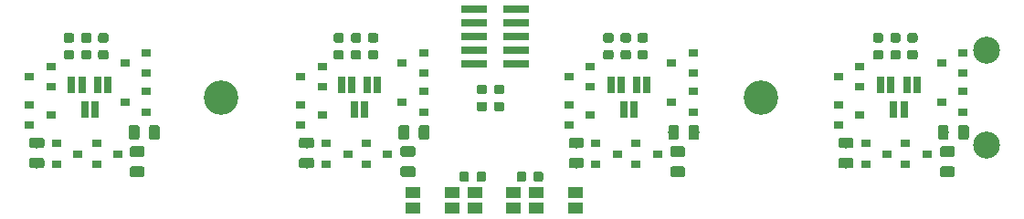
<source format=gbr>
G04 #@! TF.GenerationSoftware,KiCad,Pcbnew,(5.1.2)-2*
G04 #@! TF.CreationDate,2020-05-22T00:53:43-04:00*
G04 #@! TF.ProjectId,AddressableLED,41646472-6573-4736-9162-6c654c45442e,rev?*
G04 #@! TF.SameCoordinates,Original*
G04 #@! TF.FileFunction,Soldermask,Top*
G04 #@! TF.FilePolarity,Negative*
%FSLAX46Y46*%
G04 Gerber Fmt 4.6, Leading zero omitted, Abs format (unit mm)*
G04 Created by KiCad (PCBNEW (5.1.2)-2) date 2020-05-22 00:53:43*
%MOMM*%
%LPD*%
G04 APERTURE LIST*
%ADD10C,3.200000*%
%ADD11C,0.100000*%
%ADD12C,0.875000*%
%ADD13R,1.400000X1.050000*%
%ADD14C,2.500000*%
%ADD15R,2.400000X0.740000*%
%ADD16R,0.650000X1.600000*%
%ADD17R,0.900000X0.800000*%
%ADD18C,0.975000*%
G04 APERTURE END LIST*
D10*
X114700000Y-110000000D03*
D11*
G36*
X144327691Y-116826053D02*
G01*
X144348926Y-116829203D01*
X144369750Y-116834419D01*
X144389962Y-116841651D01*
X144409368Y-116850830D01*
X144427781Y-116861866D01*
X144445024Y-116874654D01*
X144460930Y-116889070D01*
X144475346Y-116904976D01*
X144488134Y-116922219D01*
X144499170Y-116940632D01*
X144508349Y-116960038D01*
X144515581Y-116980250D01*
X144520797Y-117001074D01*
X144523947Y-117022309D01*
X144525000Y-117043750D01*
X144525000Y-117556250D01*
X144523947Y-117577691D01*
X144520797Y-117598926D01*
X144515581Y-117619750D01*
X144508349Y-117639962D01*
X144499170Y-117659368D01*
X144488134Y-117677781D01*
X144475346Y-117695024D01*
X144460930Y-117710930D01*
X144445024Y-117725346D01*
X144427781Y-117738134D01*
X144409368Y-117749170D01*
X144389962Y-117758349D01*
X144369750Y-117765581D01*
X144348926Y-117770797D01*
X144327691Y-117773947D01*
X144306250Y-117775000D01*
X143868750Y-117775000D01*
X143847309Y-117773947D01*
X143826074Y-117770797D01*
X143805250Y-117765581D01*
X143785038Y-117758349D01*
X143765632Y-117749170D01*
X143747219Y-117738134D01*
X143729976Y-117725346D01*
X143714070Y-117710930D01*
X143699654Y-117695024D01*
X143686866Y-117677781D01*
X143675830Y-117659368D01*
X143666651Y-117639962D01*
X143659419Y-117619750D01*
X143654203Y-117598926D01*
X143651053Y-117577691D01*
X143650000Y-117556250D01*
X143650000Y-117043750D01*
X143651053Y-117022309D01*
X143654203Y-117001074D01*
X143659419Y-116980250D01*
X143666651Y-116960038D01*
X143675830Y-116940632D01*
X143686866Y-116922219D01*
X143699654Y-116904976D01*
X143714070Y-116889070D01*
X143729976Y-116874654D01*
X143747219Y-116861866D01*
X143765632Y-116850830D01*
X143785038Y-116841651D01*
X143805250Y-116834419D01*
X143826074Y-116829203D01*
X143847309Y-116826053D01*
X143868750Y-116825000D01*
X144306250Y-116825000D01*
X144327691Y-116826053D01*
X144327691Y-116826053D01*
G37*
D12*
X144087500Y-117300000D03*
D11*
G36*
X142752691Y-116826053D02*
G01*
X142773926Y-116829203D01*
X142794750Y-116834419D01*
X142814962Y-116841651D01*
X142834368Y-116850830D01*
X142852781Y-116861866D01*
X142870024Y-116874654D01*
X142885930Y-116889070D01*
X142900346Y-116904976D01*
X142913134Y-116922219D01*
X142924170Y-116940632D01*
X142933349Y-116960038D01*
X142940581Y-116980250D01*
X142945797Y-117001074D01*
X142948947Y-117022309D01*
X142950000Y-117043750D01*
X142950000Y-117556250D01*
X142948947Y-117577691D01*
X142945797Y-117598926D01*
X142940581Y-117619750D01*
X142933349Y-117639962D01*
X142924170Y-117659368D01*
X142913134Y-117677781D01*
X142900346Y-117695024D01*
X142885930Y-117710930D01*
X142870024Y-117725346D01*
X142852781Y-117738134D01*
X142834368Y-117749170D01*
X142814962Y-117758349D01*
X142794750Y-117765581D01*
X142773926Y-117770797D01*
X142752691Y-117773947D01*
X142731250Y-117775000D01*
X142293750Y-117775000D01*
X142272309Y-117773947D01*
X142251074Y-117770797D01*
X142230250Y-117765581D01*
X142210038Y-117758349D01*
X142190632Y-117749170D01*
X142172219Y-117738134D01*
X142154976Y-117725346D01*
X142139070Y-117710930D01*
X142124654Y-117695024D01*
X142111866Y-117677781D01*
X142100830Y-117659368D01*
X142091651Y-117639962D01*
X142084419Y-117619750D01*
X142079203Y-117598926D01*
X142076053Y-117577691D01*
X142075000Y-117556250D01*
X142075000Y-117043750D01*
X142076053Y-117022309D01*
X142079203Y-117001074D01*
X142084419Y-116980250D01*
X142091651Y-116960038D01*
X142100830Y-116940632D01*
X142111866Y-116922219D01*
X142124654Y-116904976D01*
X142139070Y-116889070D01*
X142154976Y-116874654D01*
X142172219Y-116861866D01*
X142190632Y-116850830D01*
X142210038Y-116841651D01*
X142230250Y-116834419D01*
X142251074Y-116829203D01*
X142272309Y-116826053D01*
X142293750Y-116825000D01*
X142731250Y-116825000D01*
X142752691Y-116826053D01*
X142752691Y-116826053D01*
G37*
D12*
X142512500Y-117300000D03*
D11*
G36*
X137452691Y-116826053D02*
G01*
X137473926Y-116829203D01*
X137494750Y-116834419D01*
X137514962Y-116841651D01*
X137534368Y-116850830D01*
X137552781Y-116861866D01*
X137570024Y-116874654D01*
X137585930Y-116889070D01*
X137600346Y-116904976D01*
X137613134Y-116922219D01*
X137624170Y-116940632D01*
X137633349Y-116960038D01*
X137640581Y-116980250D01*
X137645797Y-117001074D01*
X137648947Y-117022309D01*
X137650000Y-117043750D01*
X137650000Y-117556250D01*
X137648947Y-117577691D01*
X137645797Y-117598926D01*
X137640581Y-117619750D01*
X137633349Y-117639962D01*
X137624170Y-117659368D01*
X137613134Y-117677781D01*
X137600346Y-117695024D01*
X137585930Y-117710930D01*
X137570024Y-117725346D01*
X137552781Y-117738134D01*
X137534368Y-117749170D01*
X137514962Y-117758349D01*
X137494750Y-117765581D01*
X137473926Y-117770797D01*
X137452691Y-117773947D01*
X137431250Y-117775000D01*
X136993750Y-117775000D01*
X136972309Y-117773947D01*
X136951074Y-117770797D01*
X136930250Y-117765581D01*
X136910038Y-117758349D01*
X136890632Y-117749170D01*
X136872219Y-117738134D01*
X136854976Y-117725346D01*
X136839070Y-117710930D01*
X136824654Y-117695024D01*
X136811866Y-117677781D01*
X136800830Y-117659368D01*
X136791651Y-117639962D01*
X136784419Y-117619750D01*
X136779203Y-117598926D01*
X136776053Y-117577691D01*
X136775000Y-117556250D01*
X136775000Y-117043750D01*
X136776053Y-117022309D01*
X136779203Y-117001074D01*
X136784419Y-116980250D01*
X136791651Y-116960038D01*
X136800830Y-116940632D01*
X136811866Y-116922219D01*
X136824654Y-116904976D01*
X136839070Y-116889070D01*
X136854976Y-116874654D01*
X136872219Y-116861866D01*
X136890632Y-116850830D01*
X136910038Y-116841651D01*
X136930250Y-116834419D01*
X136951074Y-116829203D01*
X136972309Y-116826053D01*
X136993750Y-116825000D01*
X137431250Y-116825000D01*
X137452691Y-116826053D01*
X137452691Y-116826053D01*
G37*
D12*
X137212500Y-117300000D03*
D11*
G36*
X139027691Y-116826053D02*
G01*
X139048926Y-116829203D01*
X139069750Y-116834419D01*
X139089962Y-116841651D01*
X139109368Y-116850830D01*
X139127781Y-116861866D01*
X139145024Y-116874654D01*
X139160930Y-116889070D01*
X139175346Y-116904976D01*
X139188134Y-116922219D01*
X139199170Y-116940632D01*
X139208349Y-116960038D01*
X139215581Y-116980250D01*
X139220797Y-117001074D01*
X139223947Y-117022309D01*
X139225000Y-117043750D01*
X139225000Y-117556250D01*
X139223947Y-117577691D01*
X139220797Y-117598926D01*
X139215581Y-117619750D01*
X139208349Y-117639962D01*
X139199170Y-117659368D01*
X139188134Y-117677781D01*
X139175346Y-117695024D01*
X139160930Y-117710930D01*
X139145024Y-117725346D01*
X139127781Y-117738134D01*
X139109368Y-117749170D01*
X139089962Y-117758349D01*
X139069750Y-117765581D01*
X139048926Y-117770797D01*
X139027691Y-117773947D01*
X139006250Y-117775000D01*
X138568750Y-117775000D01*
X138547309Y-117773947D01*
X138526074Y-117770797D01*
X138505250Y-117765581D01*
X138485038Y-117758349D01*
X138465632Y-117749170D01*
X138447219Y-117738134D01*
X138429976Y-117725346D01*
X138414070Y-117710930D01*
X138399654Y-117695024D01*
X138386866Y-117677781D01*
X138375830Y-117659368D01*
X138366651Y-117639962D01*
X138359419Y-117619750D01*
X138354203Y-117598926D01*
X138351053Y-117577691D01*
X138350000Y-117556250D01*
X138350000Y-117043750D01*
X138351053Y-117022309D01*
X138354203Y-117001074D01*
X138359419Y-116980250D01*
X138366651Y-116960038D01*
X138375830Y-116940632D01*
X138386866Y-116922219D01*
X138399654Y-116904976D01*
X138414070Y-116889070D01*
X138429976Y-116874654D01*
X138447219Y-116861866D01*
X138465632Y-116850830D01*
X138485038Y-116841651D01*
X138505250Y-116834419D01*
X138526074Y-116829203D01*
X138547309Y-116826053D01*
X138568750Y-116825000D01*
X139006250Y-116825000D01*
X139027691Y-116826053D01*
X139027691Y-116826053D01*
G37*
D12*
X138787500Y-117300000D03*
D13*
X147500000Y-120220000D03*
X147500000Y-118780000D03*
X143900000Y-120220000D03*
X143900000Y-118780000D03*
X141800000Y-120220000D03*
X141800000Y-118780000D03*
X138200000Y-120220000D03*
X138200000Y-118780000D03*
X136100000Y-120220000D03*
X136100000Y-118780000D03*
X132500000Y-120220000D03*
X132500000Y-118780000D03*
D14*
X185600000Y-114400000D03*
X185600000Y-105600000D03*
D15*
X138100000Y-101760000D03*
X142000000Y-101760000D03*
X138100000Y-103030000D03*
X142000000Y-103030000D03*
X138100000Y-104300000D03*
X142000000Y-104300000D03*
X138100000Y-105570000D03*
X142000000Y-105570000D03*
X138100000Y-106840000D03*
X142000000Y-106840000D03*
D11*
G36*
X139127691Y-110351053D02*
G01*
X139148926Y-110354203D01*
X139169750Y-110359419D01*
X139189962Y-110366651D01*
X139209368Y-110375830D01*
X139227781Y-110386866D01*
X139245024Y-110399654D01*
X139260930Y-110414070D01*
X139275346Y-110429976D01*
X139288134Y-110447219D01*
X139299170Y-110465632D01*
X139308349Y-110485038D01*
X139315581Y-110505250D01*
X139320797Y-110526074D01*
X139323947Y-110547309D01*
X139325000Y-110568750D01*
X139325000Y-111006250D01*
X139323947Y-111027691D01*
X139320797Y-111048926D01*
X139315581Y-111069750D01*
X139308349Y-111089962D01*
X139299170Y-111109368D01*
X139288134Y-111127781D01*
X139275346Y-111145024D01*
X139260930Y-111160930D01*
X139245024Y-111175346D01*
X139227781Y-111188134D01*
X139209368Y-111199170D01*
X139189962Y-111208349D01*
X139169750Y-111215581D01*
X139148926Y-111220797D01*
X139127691Y-111223947D01*
X139106250Y-111225000D01*
X138593750Y-111225000D01*
X138572309Y-111223947D01*
X138551074Y-111220797D01*
X138530250Y-111215581D01*
X138510038Y-111208349D01*
X138490632Y-111199170D01*
X138472219Y-111188134D01*
X138454976Y-111175346D01*
X138439070Y-111160930D01*
X138424654Y-111145024D01*
X138411866Y-111127781D01*
X138400830Y-111109368D01*
X138391651Y-111089962D01*
X138384419Y-111069750D01*
X138379203Y-111048926D01*
X138376053Y-111027691D01*
X138375000Y-111006250D01*
X138375000Y-110568750D01*
X138376053Y-110547309D01*
X138379203Y-110526074D01*
X138384419Y-110505250D01*
X138391651Y-110485038D01*
X138400830Y-110465632D01*
X138411866Y-110447219D01*
X138424654Y-110429976D01*
X138439070Y-110414070D01*
X138454976Y-110399654D01*
X138472219Y-110386866D01*
X138490632Y-110375830D01*
X138510038Y-110366651D01*
X138530250Y-110359419D01*
X138551074Y-110354203D01*
X138572309Y-110351053D01*
X138593750Y-110350000D01*
X139106250Y-110350000D01*
X139127691Y-110351053D01*
X139127691Y-110351053D01*
G37*
D12*
X138850000Y-110787500D03*
D11*
G36*
X139127691Y-108776053D02*
G01*
X139148926Y-108779203D01*
X139169750Y-108784419D01*
X139189962Y-108791651D01*
X139209368Y-108800830D01*
X139227781Y-108811866D01*
X139245024Y-108824654D01*
X139260930Y-108839070D01*
X139275346Y-108854976D01*
X139288134Y-108872219D01*
X139299170Y-108890632D01*
X139308349Y-108910038D01*
X139315581Y-108930250D01*
X139320797Y-108951074D01*
X139323947Y-108972309D01*
X139325000Y-108993750D01*
X139325000Y-109431250D01*
X139323947Y-109452691D01*
X139320797Y-109473926D01*
X139315581Y-109494750D01*
X139308349Y-109514962D01*
X139299170Y-109534368D01*
X139288134Y-109552781D01*
X139275346Y-109570024D01*
X139260930Y-109585930D01*
X139245024Y-109600346D01*
X139227781Y-109613134D01*
X139209368Y-109624170D01*
X139189962Y-109633349D01*
X139169750Y-109640581D01*
X139148926Y-109645797D01*
X139127691Y-109648947D01*
X139106250Y-109650000D01*
X138593750Y-109650000D01*
X138572309Y-109648947D01*
X138551074Y-109645797D01*
X138530250Y-109640581D01*
X138510038Y-109633349D01*
X138490632Y-109624170D01*
X138472219Y-109613134D01*
X138454976Y-109600346D01*
X138439070Y-109585930D01*
X138424654Y-109570024D01*
X138411866Y-109552781D01*
X138400830Y-109534368D01*
X138391651Y-109514962D01*
X138384419Y-109494750D01*
X138379203Y-109473926D01*
X138376053Y-109452691D01*
X138375000Y-109431250D01*
X138375000Y-108993750D01*
X138376053Y-108972309D01*
X138379203Y-108951074D01*
X138384419Y-108930250D01*
X138391651Y-108910038D01*
X138400830Y-108890632D01*
X138411866Y-108872219D01*
X138424654Y-108854976D01*
X138439070Y-108839070D01*
X138454976Y-108824654D01*
X138472219Y-108811866D01*
X138490632Y-108800830D01*
X138510038Y-108791651D01*
X138530250Y-108784419D01*
X138551074Y-108779203D01*
X138572309Y-108776053D01*
X138593750Y-108775000D01*
X139106250Y-108775000D01*
X139127691Y-108776053D01*
X139127691Y-108776053D01*
G37*
D12*
X138850000Y-109212500D03*
D11*
G36*
X140727691Y-110351053D02*
G01*
X140748926Y-110354203D01*
X140769750Y-110359419D01*
X140789962Y-110366651D01*
X140809368Y-110375830D01*
X140827781Y-110386866D01*
X140845024Y-110399654D01*
X140860930Y-110414070D01*
X140875346Y-110429976D01*
X140888134Y-110447219D01*
X140899170Y-110465632D01*
X140908349Y-110485038D01*
X140915581Y-110505250D01*
X140920797Y-110526074D01*
X140923947Y-110547309D01*
X140925000Y-110568750D01*
X140925000Y-111006250D01*
X140923947Y-111027691D01*
X140920797Y-111048926D01*
X140915581Y-111069750D01*
X140908349Y-111089962D01*
X140899170Y-111109368D01*
X140888134Y-111127781D01*
X140875346Y-111145024D01*
X140860930Y-111160930D01*
X140845024Y-111175346D01*
X140827781Y-111188134D01*
X140809368Y-111199170D01*
X140789962Y-111208349D01*
X140769750Y-111215581D01*
X140748926Y-111220797D01*
X140727691Y-111223947D01*
X140706250Y-111225000D01*
X140193750Y-111225000D01*
X140172309Y-111223947D01*
X140151074Y-111220797D01*
X140130250Y-111215581D01*
X140110038Y-111208349D01*
X140090632Y-111199170D01*
X140072219Y-111188134D01*
X140054976Y-111175346D01*
X140039070Y-111160930D01*
X140024654Y-111145024D01*
X140011866Y-111127781D01*
X140000830Y-111109368D01*
X139991651Y-111089962D01*
X139984419Y-111069750D01*
X139979203Y-111048926D01*
X139976053Y-111027691D01*
X139975000Y-111006250D01*
X139975000Y-110568750D01*
X139976053Y-110547309D01*
X139979203Y-110526074D01*
X139984419Y-110505250D01*
X139991651Y-110485038D01*
X140000830Y-110465632D01*
X140011866Y-110447219D01*
X140024654Y-110429976D01*
X140039070Y-110414070D01*
X140054976Y-110399654D01*
X140072219Y-110386866D01*
X140090632Y-110375830D01*
X140110038Y-110366651D01*
X140130250Y-110359419D01*
X140151074Y-110354203D01*
X140172309Y-110351053D01*
X140193750Y-110350000D01*
X140706250Y-110350000D01*
X140727691Y-110351053D01*
X140727691Y-110351053D01*
G37*
D12*
X140450000Y-110787500D03*
D11*
G36*
X140727691Y-108776053D02*
G01*
X140748926Y-108779203D01*
X140769750Y-108784419D01*
X140789962Y-108791651D01*
X140809368Y-108800830D01*
X140827781Y-108811866D01*
X140845024Y-108824654D01*
X140860930Y-108839070D01*
X140875346Y-108854976D01*
X140888134Y-108872219D01*
X140899170Y-108890632D01*
X140908349Y-108910038D01*
X140915581Y-108930250D01*
X140920797Y-108951074D01*
X140923947Y-108972309D01*
X140925000Y-108993750D01*
X140925000Y-109431250D01*
X140923947Y-109452691D01*
X140920797Y-109473926D01*
X140915581Y-109494750D01*
X140908349Y-109514962D01*
X140899170Y-109534368D01*
X140888134Y-109552781D01*
X140875346Y-109570024D01*
X140860930Y-109585930D01*
X140845024Y-109600346D01*
X140827781Y-109613134D01*
X140809368Y-109624170D01*
X140789962Y-109633349D01*
X140769750Y-109640581D01*
X140748926Y-109645797D01*
X140727691Y-109648947D01*
X140706250Y-109650000D01*
X140193750Y-109650000D01*
X140172309Y-109648947D01*
X140151074Y-109645797D01*
X140130250Y-109640581D01*
X140110038Y-109633349D01*
X140090632Y-109624170D01*
X140072219Y-109613134D01*
X140054976Y-109600346D01*
X140039070Y-109585930D01*
X140024654Y-109570024D01*
X140011866Y-109552781D01*
X140000830Y-109534368D01*
X139991651Y-109514962D01*
X139984419Y-109494750D01*
X139979203Y-109473926D01*
X139976053Y-109452691D01*
X139975000Y-109431250D01*
X139975000Y-108993750D01*
X139976053Y-108972309D01*
X139979203Y-108951074D01*
X139984419Y-108930250D01*
X139991651Y-108910038D01*
X140000830Y-108890632D01*
X140011866Y-108872219D01*
X140024654Y-108854976D01*
X140039070Y-108839070D01*
X140054976Y-108824654D01*
X140072219Y-108811866D01*
X140090632Y-108800830D01*
X140110038Y-108791651D01*
X140130250Y-108784419D01*
X140151074Y-108779203D01*
X140172309Y-108776053D01*
X140193750Y-108775000D01*
X140706250Y-108775000D01*
X140727691Y-108776053D01*
X140727691Y-108776053D01*
G37*
D12*
X140450000Y-109212500D03*
D10*
X164750000Y-110000000D03*
D16*
X103225000Y-108800000D03*
X104175000Y-108800000D03*
X128225000Y-108800000D03*
X129175000Y-108800000D03*
X153225000Y-108800000D03*
X154175000Y-108800000D03*
X178225000Y-108800000D03*
X179175000Y-108800000D03*
X102025000Y-111100000D03*
X102975000Y-111100000D03*
X127025000Y-111100000D03*
X127975000Y-111100000D03*
X152025000Y-111100000D03*
X152975000Y-111100000D03*
X177025000Y-111100000D03*
X177975000Y-111100000D03*
X101775000Y-108800000D03*
X100825000Y-108800000D03*
X126775000Y-108800000D03*
X125825000Y-108800000D03*
X176775000Y-108800000D03*
X175825000Y-108800000D03*
X151775000Y-108800000D03*
X150825000Y-108800000D03*
D17*
X171900000Y-108000000D03*
X173900000Y-107050000D03*
X173900000Y-108950000D03*
D11*
G36*
X182480142Y-114476174D02*
G01*
X182503803Y-114479684D01*
X182527007Y-114485496D01*
X182549529Y-114493554D01*
X182571153Y-114503782D01*
X182591670Y-114516079D01*
X182610883Y-114530329D01*
X182628607Y-114546393D01*
X182644671Y-114564117D01*
X182658921Y-114583330D01*
X182671218Y-114603847D01*
X182681446Y-114625471D01*
X182689504Y-114647993D01*
X182695316Y-114671197D01*
X182698826Y-114694858D01*
X182700000Y-114718750D01*
X182700000Y-115206250D01*
X182698826Y-115230142D01*
X182695316Y-115253803D01*
X182689504Y-115277007D01*
X182681446Y-115299529D01*
X182671218Y-115321153D01*
X182658921Y-115341670D01*
X182644671Y-115360883D01*
X182628607Y-115378607D01*
X182610883Y-115394671D01*
X182591670Y-115408921D01*
X182571153Y-115421218D01*
X182549529Y-115431446D01*
X182527007Y-115439504D01*
X182503803Y-115445316D01*
X182480142Y-115448826D01*
X182456250Y-115450000D01*
X181543750Y-115450000D01*
X181519858Y-115448826D01*
X181496197Y-115445316D01*
X181472993Y-115439504D01*
X181450471Y-115431446D01*
X181428847Y-115421218D01*
X181408330Y-115408921D01*
X181389117Y-115394671D01*
X181371393Y-115378607D01*
X181355329Y-115360883D01*
X181341079Y-115341670D01*
X181328782Y-115321153D01*
X181318554Y-115299529D01*
X181310496Y-115277007D01*
X181304684Y-115253803D01*
X181301174Y-115230142D01*
X181300000Y-115206250D01*
X181300000Y-114718750D01*
X181301174Y-114694858D01*
X181304684Y-114671197D01*
X181310496Y-114647993D01*
X181318554Y-114625471D01*
X181328782Y-114603847D01*
X181341079Y-114583330D01*
X181355329Y-114564117D01*
X181371393Y-114546393D01*
X181389117Y-114530329D01*
X181408330Y-114516079D01*
X181428847Y-114503782D01*
X181450471Y-114493554D01*
X181472993Y-114485496D01*
X181496197Y-114479684D01*
X181519858Y-114476174D01*
X181543750Y-114475000D01*
X182456250Y-114475000D01*
X182480142Y-114476174D01*
X182480142Y-114476174D01*
G37*
D18*
X182000000Y-114962500D03*
D11*
G36*
X182480142Y-116351174D02*
G01*
X182503803Y-116354684D01*
X182527007Y-116360496D01*
X182549529Y-116368554D01*
X182571153Y-116378782D01*
X182591670Y-116391079D01*
X182610883Y-116405329D01*
X182628607Y-116421393D01*
X182644671Y-116439117D01*
X182658921Y-116458330D01*
X182671218Y-116478847D01*
X182681446Y-116500471D01*
X182689504Y-116522993D01*
X182695316Y-116546197D01*
X182698826Y-116569858D01*
X182700000Y-116593750D01*
X182700000Y-117081250D01*
X182698826Y-117105142D01*
X182695316Y-117128803D01*
X182689504Y-117152007D01*
X182681446Y-117174529D01*
X182671218Y-117196153D01*
X182658921Y-117216670D01*
X182644671Y-117235883D01*
X182628607Y-117253607D01*
X182610883Y-117269671D01*
X182591670Y-117283921D01*
X182571153Y-117296218D01*
X182549529Y-117306446D01*
X182527007Y-117314504D01*
X182503803Y-117320316D01*
X182480142Y-117323826D01*
X182456250Y-117325000D01*
X181543750Y-117325000D01*
X181519858Y-117323826D01*
X181496197Y-117320316D01*
X181472993Y-117314504D01*
X181450471Y-117306446D01*
X181428847Y-117296218D01*
X181408330Y-117283921D01*
X181389117Y-117269671D01*
X181371393Y-117253607D01*
X181355329Y-117235883D01*
X181341079Y-117216670D01*
X181328782Y-117196153D01*
X181318554Y-117174529D01*
X181310496Y-117152007D01*
X181304684Y-117128803D01*
X181301174Y-117105142D01*
X181300000Y-117081250D01*
X181300000Y-116593750D01*
X181301174Y-116569858D01*
X181304684Y-116546197D01*
X181310496Y-116522993D01*
X181318554Y-116500471D01*
X181328782Y-116478847D01*
X181341079Y-116458330D01*
X181355329Y-116439117D01*
X181371393Y-116421393D01*
X181389117Y-116405329D01*
X181408330Y-116391079D01*
X181428847Y-116378782D01*
X181450471Y-116368554D01*
X181472993Y-116360496D01*
X181496197Y-116354684D01*
X181519858Y-116351174D01*
X181543750Y-116350000D01*
X182456250Y-116350000D01*
X182480142Y-116351174D01*
X182480142Y-116351174D01*
G37*
D18*
X182000000Y-116837500D03*
D11*
G36*
X177466791Y-105551053D02*
G01*
X177488026Y-105554203D01*
X177508850Y-105559419D01*
X177529062Y-105566651D01*
X177548468Y-105575830D01*
X177566881Y-105586866D01*
X177584124Y-105599654D01*
X177600030Y-105614070D01*
X177614446Y-105629976D01*
X177627234Y-105647219D01*
X177638270Y-105665632D01*
X177647449Y-105685038D01*
X177654681Y-105705250D01*
X177659897Y-105726074D01*
X177663047Y-105747309D01*
X177664100Y-105768750D01*
X177664100Y-106206250D01*
X177663047Y-106227691D01*
X177659897Y-106248926D01*
X177654681Y-106269750D01*
X177647449Y-106289962D01*
X177638270Y-106309368D01*
X177627234Y-106327781D01*
X177614446Y-106345024D01*
X177600030Y-106360930D01*
X177584124Y-106375346D01*
X177566881Y-106388134D01*
X177548468Y-106399170D01*
X177529062Y-106408349D01*
X177508850Y-106415581D01*
X177488026Y-106420797D01*
X177466791Y-106423947D01*
X177445350Y-106425000D01*
X176932850Y-106425000D01*
X176911409Y-106423947D01*
X176890174Y-106420797D01*
X176869350Y-106415581D01*
X176849138Y-106408349D01*
X176829732Y-106399170D01*
X176811319Y-106388134D01*
X176794076Y-106375346D01*
X176778170Y-106360930D01*
X176763754Y-106345024D01*
X176750966Y-106327781D01*
X176739930Y-106309368D01*
X176730751Y-106289962D01*
X176723519Y-106269750D01*
X176718303Y-106248926D01*
X176715153Y-106227691D01*
X176714100Y-106206250D01*
X176714100Y-105768750D01*
X176715153Y-105747309D01*
X176718303Y-105726074D01*
X176723519Y-105705250D01*
X176730751Y-105685038D01*
X176739930Y-105665632D01*
X176750966Y-105647219D01*
X176763754Y-105629976D01*
X176778170Y-105614070D01*
X176794076Y-105599654D01*
X176811319Y-105586866D01*
X176829732Y-105575830D01*
X176849138Y-105566651D01*
X176869350Y-105559419D01*
X176890174Y-105554203D01*
X176911409Y-105551053D01*
X176932850Y-105550000D01*
X177445350Y-105550000D01*
X177466791Y-105551053D01*
X177466791Y-105551053D01*
G37*
D12*
X177189100Y-105987500D03*
D11*
G36*
X177466791Y-103976053D02*
G01*
X177488026Y-103979203D01*
X177508850Y-103984419D01*
X177529062Y-103991651D01*
X177548468Y-104000830D01*
X177566881Y-104011866D01*
X177584124Y-104024654D01*
X177600030Y-104039070D01*
X177614446Y-104054976D01*
X177627234Y-104072219D01*
X177638270Y-104090632D01*
X177647449Y-104110038D01*
X177654681Y-104130250D01*
X177659897Y-104151074D01*
X177663047Y-104172309D01*
X177664100Y-104193750D01*
X177664100Y-104631250D01*
X177663047Y-104652691D01*
X177659897Y-104673926D01*
X177654681Y-104694750D01*
X177647449Y-104714962D01*
X177638270Y-104734368D01*
X177627234Y-104752781D01*
X177614446Y-104770024D01*
X177600030Y-104785930D01*
X177584124Y-104800346D01*
X177566881Y-104813134D01*
X177548468Y-104824170D01*
X177529062Y-104833349D01*
X177508850Y-104840581D01*
X177488026Y-104845797D01*
X177466791Y-104848947D01*
X177445350Y-104850000D01*
X176932850Y-104850000D01*
X176911409Y-104848947D01*
X176890174Y-104845797D01*
X176869350Y-104840581D01*
X176849138Y-104833349D01*
X176829732Y-104824170D01*
X176811319Y-104813134D01*
X176794076Y-104800346D01*
X176778170Y-104785930D01*
X176763754Y-104770024D01*
X176750966Y-104752781D01*
X176739930Y-104734368D01*
X176730751Y-104714962D01*
X176723519Y-104694750D01*
X176718303Y-104673926D01*
X176715153Y-104652691D01*
X176714100Y-104631250D01*
X176714100Y-104193750D01*
X176715153Y-104172309D01*
X176718303Y-104151074D01*
X176723519Y-104130250D01*
X176730751Y-104110038D01*
X176739930Y-104090632D01*
X176750966Y-104072219D01*
X176763754Y-104054976D01*
X176778170Y-104039070D01*
X176794076Y-104024654D01*
X176811319Y-104011866D01*
X176829732Y-104000830D01*
X176849138Y-103991651D01*
X176869350Y-103984419D01*
X176890174Y-103979203D01*
X176911409Y-103976053D01*
X176932850Y-103975000D01*
X177445350Y-103975000D01*
X177466791Y-103976053D01*
X177466791Y-103976053D01*
G37*
D12*
X177189100Y-104412500D03*
D11*
G36*
X173080142Y-115551174D02*
G01*
X173103803Y-115554684D01*
X173127007Y-115560496D01*
X173149529Y-115568554D01*
X173171153Y-115578782D01*
X173191670Y-115591079D01*
X173210883Y-115605329D01*
X173228607Y-115621393D01*
X173244671Y-115639117D01*
X173258921Y-115658330D01*
X173271218Y-115678847D01*
X173281446Y-115700471D01*
X173289504Y-115722993D01*
X173295316Y-115746197D01*
X173298826Y-115769858D01*
X173300000Y-115793750D01*
X173300000Y-116281250D01*
X173298826Y-116305142D01*
X173295316Y-116328803D01*
X173289504Y-116352007D01*
X173281446Y-116374529D01*
X173271218Y-116396153D01*
X173258921Y-116416670D01*
X173244671Y-116435883D01*
X173228607Y-116453607D01*
X173210883Y-116469671D01*
X173191670Y-116483921D01*
X173171153Y-116496218D01*
X173149529Y-116506446D01*
X173127007Y-116514504D01*
X173103803Y-116520316D01*
X173080142Y-116523826D01*
X173056250Y-116525000D01*
X172143750Y-116525000D01*
X172119858Y-116523826D01*
X172096197Y-116520316D01*
X172072993Y-116514504D01*
X172050471Y-116506446D01*
X172028847Y-116496218D01*
X172008330Y-116483921D01*
X171989117Y-116469671D01*
X171971393Y-116453607D01*
X171955329Y-116435883D01*
X171941079Y-116416670D01*
X171928782Y-116396153D01*
X171918554Y-116374529D01*
X171910496Y-116352007D01*
X171904684Y-116328803D01*
X171901174Y-116305142D01*
X171900000Y-116281250D01*
X171900000Y-115793750D01*
X171901174Y-115769858D01*
X171904684Y-115746197D01*
X171910496Y-115722993D01*
X171918554Y-115700471D01*
X171928782Y-115678847D01*
X171941079Y-115658330D01*
X171955329Y-115639117D01*
X171971393Y-115621393D01*
X171989117Y-115605329D01*
X172008330Y-115591079D01*
X172028847Y-115578782D01*
X172050471Y-115568554D01*
X172072993Y-115560496D01*
X172096197Y-115554684D01*
X172119858Y-115551174D01*
X172143750Y-115550000D01*
X173056250Y-115550000D01*
X173080142Y-115551174D01*
X173080142Y-115551174D01*
G37*
D18*
X172600000Y-116037500D03*
D11*
G36*
X173080142Y-113676174D02*
G01*
X173103803Y-113679684D01*
X173127007Y-113685496D01*
X173149529Y-113693554D01*
X173171153Y-113703782D01*
X173191670Y-113716079D01*
X173210883Y-113730329D01*
X173228607Y-113746393D01*
X173244671Y-113764117D01*
X173258921Y-113783330D01*
X173271218Y-113803847D01*
X173281446Y-113825471D01*
X173289504Y-113847993D01*
X173295316Y-113871197D01*
X173298826Y-113894858D01*
X173300000Y-113918750D01*
X173300000Y-114406250D01*
X173298826Y-114430142D01*
X173295316Y-114453803D01*
X173289504Y-114477007D01*
X173281446Y-114499529D01*
X173271218Y-114521153D01*
X173258921Y-114541670D01*
X173244671Y-114560883D01*
X173228607Y-114578607D01*
X173210883Y-114594671D01*
X173191670Y-114608921D01*
X173171153Y-114621218D01*
X173149529Y-114631446D01*
X173127007Y-114639504D01*
X173103803Y-114645316D01*
X173080142Y-114648826D01*
X173056250Y-114650000D01*
X172143750Y-114650000D01*
X172119858Y-114648826D01*
X172096197Y-114645316D01*
X172072993Y-114639504D01*
X172050471Y-114631446D01*
X172028847Y-114621218D01*
X172008330Y-114608921D01*
X171989117Y-114594671D01*
X171971393Y-114578607D01*
X171955329Y-114560883D01*
X171941079Y-114541670D01*
X171928782Y-114521153D01*
X171918554Y-114499529D01*
X171910496Y-114477007D01*
X171904684Y-114453803D01*
X171901174Y-114430142D01*
X171900000Y-114406250D01*
X171900000Y-113918750D01*
X171901174Y-113894858D01*
X171904684Y-113871197D01*
X171910496Y-113847993D01*
X171918554Y-113825471D01*
X171928782Y-113803847D01*
X171941079Y-113783330D01*
X171955329Y-113764117D01*
X171971393Y-113746393D01*
X171989117Y-113730329D01*
X172008330Y-113716079D01*
X172028847Y-113703782D01*
X172050471Y-113693554D01*
X172072993Y-113685496D01*
X172096197Y-113679684D01*
X172119858Y-113676174D01*
X172143750Y-113675000D01*
X173056250Y-113675000D01*
X173080142Y-113676174D01*
X173080142Y-113676174D01*
G37*
D18*
X172600000Y-114162500D03*
D11*
G36*
X175853891Y-105551053D02*
G01*
X175875126Y-105554203D01*
X175895950Y-105559419D01*
X175916162Y-105566651D01*
X175935568Y-105575830D01*
X175953981Y-105586866D01*
X175971224Y-105599654D01*
X175987130Y-105614070D01*
X176001546Y-105629976D01*
X176014334Y-105647219D01*
X176025370Y-105665632D01*
X176034549Y-105685038D01*
X176041781Y-105705250D01*
X176046997Y-105726074D01*
X176050147Y-105747309D01*
X176051200Y-105768750D01*
X176051200Y-106206250D01*
X176050147Y-106227691D01*
X176046997Y-106248926D01*
X176041781Y-106269750D01*
X176034549Y-106289962D01*
X176025370Y-106309368D01*
X176014334Y-106327781D01*
X176001546Y-106345024D01*
X175987130Y-106360930D01*
X175971224Y-106375346D01*
X175953981Y-106388134D01*
X175935568Y-106399170D01*
X175916162Y-106408349D01*
X175895950Y-106415581D01*
X175875126Y-106420797D01*
X175853891Y-106423947D01*
X175832450Y-106425000D01*
X175319950Y-106425000D01*
X175298509Y-106423947D01*
X175277274Y-106420797D01*
X175256450Y-106415581D01*
X175236238Y-106408349D01*
X175216832Y-106399170D01*
X175198419Y-106388134D01*
X175181176Y-106375346D01*
X175165270Y-106360930D01*
X175150854Y-106345024D01*
X175138066Y-106327781D01*
X175127030Y-106309368D01*
X175117851Y-106289962D01*
X175110619Y-106269750D01*
X175105403Y-106248926D01*
X175102253Y-106227691D01*
X175101200Y-106206250D01*
X175101200Y-105768750D01*
X175102253Y-105747309D01*
X175105403Y-105726074D01*
X175110619Y-105705250D01*
X175117851Y-105685038D01*
X175127030Y-105665632D01*
X175138066Y-105647219D01*
X175150854Y-105629976D01*
X175165270Y-105614070D01*
X175181176Y-105599654D01*
X175198419Y-105586866D01*
X175216832Y-105575830D01*
X175236238Y-105566651D01*
X175256450Y-105559419D01*
X175277274Y-105554203D01*
X175298509Y-105551053D01*
X175319950Y-105550000D01*
X175832450Y-105550000D01*
X175853891Y-105551053D01*
X175853891Y-105551053D01*
G37*
D12*
X175576200Y-105987500D03*
D11*
G36*
X175853891Y-103976053D02*
G01*
X175875126Y-103979203D01*
X175895950Y-103984419D01*
X175916162Y-103991651D01*
X175935568Y-104000830D01*
X175953981Y-104011866D01*
X175971224Y-104024654D01*
X175987130Y-104039070D01*
X176001546Y-104054976D01*
X176014334Y-104072219D01*
X176025370Y-104090632D01*
X176034549Y-104110038D01*
X176041781Y-104130250D01*
X176046997Y-104151074D01*
X176050147Y-104172309D01*
X176051200Y-104193750D01*
X176051200Y-104631250D01*
X176050147Y-104652691D01*
X176046997Y-104673926D01*
X176041781Y-104694750D01*
X176034549Y-104714962D01*
X176025370Y-104734368D01*
X176014334Y-104752781D01*
X176001546Y-104770024D01*
X175987130Y-104785930D01*
X175971224Y-104800346D01*
X175953981Y-104813134D01*
X175935568Y-104824170D01*
X175916162Y-104833349D01*
X175895950Y-104840581D01*
X175875126Y-104845797D01*
X175853891Y-104848947D01*
X175832450Y-104850000D01*
X175319950Y-104850000D01*
X175298509Y-104848947D01*
X175277274Y-104845797D01*
X175256450Y-104840581D01*
X175236238Y-104833349D01*
X175216832Y-104824170D01*
X175198419Y-104813134D01*
X175181176Y-104800346D01*
X175165270Y-104785930D01*
X175150854Y-104770024D01*
X175138066Y-104752781D01*
X175127030Y-104734368D01*
X175117851Y-104714962D01*
X175110619Y-104694750D01*
X175105403Y-104673926D01*
X175102253Y-104652691D01*
X175101200Y-104631250D01*
X175101200Y-104193750D01*
X175102253Y-104172309D01*
X175105403Y-104151074D01*
X175110619Y-104130250D01*
X175117851Y-104110038D01*
X175127030Y-104090632D01*
X175138066Y-104072219D01*
X175150854Y-104054976D01*
X175165270Y-104039070D01*
X175181176Y-104024654D01*
X175198419Y-104011866D01*
X175216832Y-104000830D01*
X175236238Y-103991651D01*
X175256450Y-103984419D01*
X175277274Y-103979203D01*
X175298509Y-103976053D01*
X175319950Y-103975000D01*
X175832450Y-103975000D01*
X175853891Y-103976053D01*
X175853891Y-103976053D01*
G37*
D12*
X175576200Y-104412500D03*
D11*
G36*
X181888742Y-112501174D02*
G01*
X181912403Y-112504684D01*
X181935607Y-112510496D01*
X181958129Y-112518554D01*
X181979753Y-112528782D01*
X182000270Y-112541079D01*
X182019483Y-112555329D01*
X182037207Y-112571393D01*
X182053271Y-112589117D01*
X182067521Y-112608330D01*
X182079818Y-112628847D01*
X182090046Y-112650471D01*
X182098104Y-112672993D01*
X182103916Y-112696197D01*
X182107426Y-112719858D01*
X182108600Y-112743750D01*
X182108600Y-113656250D01*
X182107426Y-113680142D01*
X182103916Y-113703803D01*
X182098104Y-113727007D01*
X182090046Y-113749529D01*
X182079818Y-113771153D01*
X182067521Y-113791670D01*
X182053271Y-113810883D01*
X182037207Y-113828607D01*
X182019483Y-113844671D01*
X182000270Y-113858921D01*
X181979753Y-113871218D01*
X181958129Y-113881446D01*
X181935607Y-113889504D01*
X181912403Y-113895316D01*
X181888742Y-113898826D01*
X181864850Y-113900000D01*
X181377350Y-113900000D01*
X181353458Y-113898826D01*
X181329797Y-113895316D01*
X181306593Y-113889504D01*
X181284071Y-113881446D01*
X181262447Y-113871218D01*
X181241930Y-113858921D01*
X181222717Y-113844671D01*
X181204993Y-113828607D01*
X181188929Y-113810883D01*
X181174679Y-113791670D01*
X181162382Y-113771153D01*
X181152154Y-113749529D01*
X181144096Y-113727007D01*
X181138284Y-113703803D01*
X181134774Y-113680142D01*
X181133600Y-113656250D01*
X181133600Y-112743750D01*
X181134774Y-112719858D01*
X181138284Y-112696197D01*
X181144096Y-112672993D01*
X181152154Y-112650471D01*
X181162382Y-112628847D01*
X181174679Y-112608330D01*
X181188929Y-112589117D01*
X181204993Y-112571393D01*
X181222717Y-112555329D01*
X181241930Y-112541079D01*
X181262447Y-112528782D01*
X181284071Y-112518554D01*
X181306593Y-112510496D01*
X181329797Y-112504684D01*
X181353458Y-112501174D01*
X181377350Y-112500000D01*
X181864850Y-112500000D01*
X181888742Y-112501174D01*
X181888742Y-112501174D01*
G37*
D18*
X181621100Y-113200000D03*
D11*
G36*
X183763742Y-112501174D02*
G01*
X183787403Y-112504684D01*
X183810607Y-112510496D01*
X183833129Y-112518554D01*
X183854753Y-112528782D01*
X183875270Y-112541079D01*
X183894483Y-112555329D01*
X183912207Y-112571393D01*
X183928271Y-112589117D01*
X183942521Y-112608330D01*
X183954818Y-112628847D01*
X183965046Y-112650471D01*
X183973104Y-112672993D01*
X183978916Y-112696197D01*
X183982426Y-112719858D01*
X183983600Y-112743750D01*
X183983600Y-113656250D01*
X183982426Y-113680142D01*
X183978916Y-113703803D01*
X183973104Y-113727007D01*
X183965046Y-113749529D01*
X183954818Y-113771153D01*
X183942521Y-113791670D01*
X183928271Y-113810883D01*
X183912207Y-113828607D01*
X183894483Y-113844671D01*
X183875270Y-113858921D01*
X183854753Y-113871218D01*
X183833129Y-113881446D01*
X183810607Y-113889504D01*
X183787403Y-113895316D01*
X183763742Y-113898826D01*
X183739850Y-113900000D01*
X183252350Y-113900000D01*
X183228458Y-113898826D01*
X183204797Y-113895316D01*
X183181593Y-113889504D01*
X183159071Y-113881446D01*
X183137447Y-113871218D01*
X183116930Y-113858921D01*
X183097717Y-113844671D01*
X183079993Y-113828607D01*
X183063929Y-113810883D01*
X183049679Y-113791670D01*
X183037382Y-113771153D01*
X183027154Y-113749529D01*
X183019096Y-113727007D01*
X183013284Y-113703803D01*
X183009774Y-113680142D01*
X183008600Y-113656250D01*
X183008600Y-112743750D01*
X183009774Y-112719858D01*
X183013284Y-112696197D01*
X183019096Y-112672993D01*
X183027154Y-112650471D01*
X183037382Y-112628847D01*
X183049679Y-112608330D01*
X183063929Y-112589117D01*
X183079993Y-112571393D01*
X183097717Y-112555329D01*
X183116930Y-112541079D01*
X183137447Y-112528782D01*
X183159071Y-112518554D01*
X183181593Y-112510496D01*
X183204797Y-112504684D01*
X183228458Y-112501174D01*
X183252350Y-112500000D01*
X183739850Y-112500000D01*
X183763742Y-112501174D01*
X183763742Y-112501174D01*
G37*
D18*
X183496100Y-113200000D03*
D11*
G36*
X179041591Y-105551053D02*
G01*
X179062826Y-105554203D01*
X179083650Y-105559419D01*
X179103862Y-105566651D01*
X179123268Y-105575830D01*
X179141681Y-105586866D01*
X179158924Y-105599654D01*
X179174830Y-105614070D01*
X179189246Y-105629976D01*
X179202034Y-105647219D01*
X179213070Y-105665632D01*
X179222249Y-105685038D01*
X179229481Y-105705250D01*
X179234697Y-105726074D01*
X179237847Y-105747309D01*
X179238900Y-105768750D01*
X179238900Y-106206250D01*
X179237847Y-106227691D01*
X179234697Y-106248926D01*
X179229481Y-106269750D01*
X179222249Y-106289962D01*
X179213070Y-106309368D01*
X179202034Y-106327781D01*
X179189246Y-106345024D01*
X179174830Y-106360930D01*
X179158924Y-106375346D01*
X179141681Y-106388134D01*
X179123268Y-106399170D01*
X179103862Y-106408349D01*
X179083650Y-106415581D01*
X179062826Y-106420797D01*
X179041591Y-106423947D01*
X179020150Y-106425000D01*
X178507650Y-106425000D01*
X178486209Y-106423947D01*
X178464974Y-106420797D01*
X178444150Y-106415581D01*
X178423938Y-106408349D01*
X178404532Y-106399170D01*
X178386119Y-106388134D01*
X178368876Y-106375346D01*
X178352970Y-106360930D01*
X178338554Y-106345024D01*
X178325766Y-106327781D01*
X178314730Y-106309368D01*
X178305551Y-106289962D01*
X178298319Y-106269750D01*
X178293103Y-106248926D01*
X178289953Y-106227691D01*
X178288900Y-106206250D01*
X178288900Y-105768750D01*
X178289953Y-105747309D01*
X178293103Y-105726074D01*
X178298319Y-105705250D01*
X178305551Y-105685038D01*
X178314730Y-105665632D01*
X178325766Y-105647219D01*
X178338554Y-105629976D01*
X178352970Y-105614070D01*
X178368876Y-105599654D01*
X178386119Y-105586866D01*
X178404532Y-105575830D01*
X178423938Y-105566651D01*
X178444150Y-105559419D01*
X178464974Y-105554203D01*
X178486209Y-105551053D01*
X178507650Y-105550000D01*
X179020150Y-105550000D01*
X179041591Y-105551053D01*
X179041591Y-105551053D01*
G37*
D12*
X178763900Y-105987500D03*
D11*
G36*
X179041591Y-103976053D02*
G01*
X179062826Y-103979203D01*
X179083650Y-103984419D01*
X179103862Y-103991651D01*
X179123268Y-104000830D01*
X179141681Y-104011866D01*
X179158924Y-104024654D01*
X179174830Y-104039070D01*
X179189246Y-104054976D01*
X179202034Y-104072219D01*
X179213070Y-104090632D01*
X179222249Y-104110038D01*
X179229481Y-104130250D01*
X179234697Y-104151074D01*
X179237847Y-104172309D01*
X179238900Y-104193750D01*
X179238900Y-104631250D01*
X179237847Y-104652691D01*
X179234697Y-104673926D01*
X179229481Y-104694750D01*
X179222249Y-104714962D01*
X179213070Y-104734368D01*
X179202034Y-104752781D01*
X179189246Y-104770024D01*
X179174830Y-104785930D01*
X179158924Y-104800346D01*
X179141681Y-104813134D01*
X179123268Y-104824170D01*
X179103862Y-104833349D01*
X179083650Y-104840581D01*
X179062826Y-104845797D01*
X179041591Y-104848947D01*
X179020150Y-104850000D01*
X178507650Y-104850000D01*
X178486209Y-104848947D01*
X178464974Y-104845797D01*
X178444150Y-104840581D01*
X178423938Y-104833349D01*
X178404532Y-104824170D01*
X178386119Y-104813134D01*
X178368876Y-104800346D01*
X178352970Y-104785930D01*
X178338554Y-104770024D01*
X178325766Y-104752781D01*
X178314730Y-104734368D01*
X178305551Y-104714962D01*
X178298319Y-104694750D01*
X178293103Y-104673926D01*
X178289953Y-104652691D01*
X178288900Y-104631250D01*
X178288900Y-104193750D01*
X178289953Y-104172309D01*
X178293103Y-104151074D01*
X178298319Y-104130250D01*
X178305551Y-104110038D01*
X178314730Y-104090632D01*
X178325766Y-104072219D01*
X178338554Y-104054976D01*
X178352970Y-104039070D01*
X178368876Y-104024654D01*
X178386119Y-104011866D01*
X178404532Y-104000830D01*
X178423938Y-103991651D01*
X178444150Y-103984419D01*
X178464974Y-103979203D01*
X178486209Y-103976053D01*
X178507650Y-103975000D01*
X179020150Y-103975000D01*
X179041591Y-103976053D01*
X179041591Y-103976053D01*
G37*
D12*
X178763900Y-104412500D03*
D17*
X180122800Y-115184500D03*
X178122800Y-116134500D03*
X178122800Y-114234500D03*
X176427100Y-115184500D03*
X174427100Y-116134500D03*
X174427100Y-114234500D03*
X173900000Y-111600000D03*
X171900000Y-112550000D03*
X171900000Y-110650000D03*
X181448600Y-110352000D03*
X183448600Y-109402000D03*
X183448600Y-111302000D03*
X181448600Y-106770600D03*
X183448600Y-105820600D03*
X183448600Y-107720600D03*
D11*
G36*
X107380142Y-114476174D02*
G01*
X107403803Y-114479684D01*
X107427007Y-114485496D01*
X107449529Y-114493554D01*
X107471153Y-114503782D01*
X107491670Y-114516079D01*
X107510883Y-114530329D01*
X107528607Y-114546393D01*
X107544671Y-114564117D01*
X107558921Y-114583330D01*
X107571218Y-114603847D01*
X107581446Y-114625471D01*
X107589504Y-114647993D01*
X107595316Y-114671197D01*
X107598826Y-114694858D01*
X107600000Y-114718750D01*
X107600000Y-115206250D01*
X107598826Y-115230142D01*
X107595316Y-115253803D01*
X107589504Y-115277007D01*
X107581446Y-115299529D01*
X107571218Y-115321153D01*
X107558921Y-115341670D01*
X107544671Y-115360883D01*
X107528607Y-115378607D01*
X107510883Y-115394671D01*
X107491670Y-115408921D01*
X107471153Y-115421218D01*
X107449529Y-115431446D01*
X107427007Y-115439504D01*
X107403803Y-115445316D01*
X107380142Y-115448826D01*
X107356250Y-115450000D01*
X106443750Y-115450000D01*
X106419858Y-115448826D01*
X106396197Y-115445316D01*
X106372993Y-115439504D01*
X106350471Y-115431446D01*
X106328847Y-115421218D01*
X106308330Y-115408921D01*
X106289117Y-115394671D01*
X106271393Y-115378607D01*
X106255329Y-115360883D01*
X106241079Y-115341670D01*
X106228782Y-115321153D01*
X106218554Y-115299529D01*
X106210496Y-115277007D01*
X106204684Y-115253803D01*
X106201174Y-115230142D01*
X106200000Y-115206250D01*
X106200000Y-114718750D01*
X106201174Y-114694858D01*
X106204684Y-114671197D01*
X106210496Y-114647993D01*
X106218554Y-114625471D01*
X106228782Y-114603847D01*
X106241079Y-114583330D01*
X106255329Y-114564117D01*
X106271393Y-114546393D01*
X106289117Y-114530329D01*
X106308330Y-114516079D01*
X106328847Y-114503782D01*
X106350471Y-114493554D01*
X106372993Y-114485496D01*
X106396197Y-114479684D01*
X106419858Y-114476174D01*
X106443750Y-114475000D01*
X107356250Y-114475000D01*
X107380142Y-114476174D01*
X107380142Y-114476174D01*
G37*
D18*
X106900000Y-114962500D03*
D11*
G36*
X107380142Y-116351174D02*
G01*
X107403803Y-116354684D01*
X107427007Y-116360496D01*
X107449529Y-116368554D01*
X107471153Y-116378782D01*
X107491670Y-116391079D01*
X107510883Y-116405329D01*
X107528607Y-116421393D01*
X107544671Y-116439117D01*
X107558921Y-116458330D01*
X107571218Y-116478847D01*
X107581446Y-116500471D01*
X107589504Y-116522993D01*
X107595316Y-116546197D01*
X107598826Y-116569858D01*
X107600000Y-116593750D01*
X107600000Y-117081250D01*
X107598826Y-117105142D01*
X107595316Y-117128803D01*
X107589504Y-117152007D01*
X107581446Y-117174529D01*
X107571218Y-117196153D01*
X107558921Y-117216670D01*
X107544671Y-117235883D01*
X107528607Y-117253607D01*
X107510883Y-117269671D01*
X107491670Y-117283921D01*
X107471153Y-117296218D01*
X107449529Y-117306446D01*
X107427007Y-117314504D01*
X107403803Y-117320316D01*
X107380142Y-117323826D01*
X107356250Y-117325000D01*
X106443750Y-117325000D01*
X106419858Y-117323826D01*
X106396197Y-117320316D01*
X106372993Y-117314504D01*
X106350471Y-117306446D01*
X106328847Y-117296218D01*
X106308330Y-117283921D01*
X106289117Y-117269671D01*
X106271393Y-117253607D01*
X106255329Y-117235883D01*
X106241079Y-117216670D01*
X106228782Y-117196153D01*
X106218554Y-117174529D01*
X106210496Y-117152007D01*
X106204684Y-117128803D01*
X106201174Y-117105142D01*
X106200000Y-117081250D01*
X106200000Y-116593750D01*
X106201174Y-116569858D01*
X106204684Y-116546197D01*
X106210496Y-116522993D01*
X106218554Y-116500471D01*
X106228782Y-116478847D01*
X106241079Y-116458330D01*
X106255329Y-116439117D01*
X106271393Y-116421393D01*
X106289117Y-116405329D01*
X106308330Y-116391079D01*
X106328847Y-116378782D01*
X106350471Y-116368554D01*
X106372993Y-116360496D01*
X106396197Y-116354684D01*
X106419858Y-116351174D01*
X106443750Y-116350000D01*
X107356250Y-116350000D01*
X107380142Y-116351174D01*
X107380142Y-116351174D01*
G37*
D18*
X106900000Y-116837500D03*
D11*
G36*
X132480142Y-114476174D02*
G01*
X132503803Y-114479684D01*
X132527007Y-114485496D01*
X132549529Y-114493554D01*
X132571153Y-114503782D01*
X132591670Y-114516079D01*
X132610883Y-114530329D01*
X132628607Y-114546393D01*
X132644671Y-114564117D01*
X132658921Y-114583330D01*
X132671218Y-114603847D01*
X132681446Y-114625471D01*
X132689504Y-114647993D01*
X132695316Y-114671197D01*
X132698826Y-114694858D01*
X132700000Y-114718750D01*
X132700000Y-115206250D01*
X132698826Y-115230142D01*
X132695316Y-115253803D01*
X132689504Y-115277007D01*
X132681446Y-115299529D01*
X132671218Y-115321153D01*
X132658921Y-115341670D01*
X132644671Y-115360883D01*
X132628607Y-115378607D01*
X132610883Y-115394671D01*
X132591670Y-115408921D01*
X132571153Y-115421218D01*
X132549529Y-115431446D01*
X132527007Y-115439504D01*
X132503803Y-115445316D01*
X132480142Y-115448826D01*
X132456250Y-115450000D01*
X131543750Y-115450000D01*
X131519858Y-115448826D01*
X131496197Y-115445316D01*
X131472993Y-115439504D01*
X131450471Y-115431446D01*
X131428847Y-115421218D01*
X131408330Y-115408921D01*
X131389117Y-115394671D01*
X131371393Y-115378607D01*
X131355329Y-115360883D01*
X131341079Y-115341670D01*
X131328782Y-115321153D01*
X131318554Y-115299529D01*
X131310496Y-115277007D01*
X131304684Y-115253803D01*
X131301174Y-115230142D01*
X131300000Y-115206250D01*
X131300000Y-114718750D01*
X131301174Y-114694858D01*
X131304684Y-114671197D01*
X131310496Y-114647993D01*
X131318554Y-114625471D01*
X131328782Y-114603847D01*
X131341079Y-114583330D01*
X131355329Y-114564117D01*
X131371393Y-114546393D01*
X131389117Y-114530329D01*
X131408330Y-114516079D01*
X131428847Y-114503782D01*
X131450471Y-114493554D01*
X131472993Y-114485496D01*
X131496197Y-114479684D01*
X131519858Y-114476174D01*
X131543750Y-114475000D01*
X132456250Y-114475000D01*
X132480142Y-114476174D01*
X132480142Y-114476174D01*
G37*
D18*
X132000000Y-114962500D03*
D11*
G36*
X132480142Y-116351174D02*
G01*
X132503803Y-116354684D01*
X132527007Y-116360496D01*
X132549529Y-116368554D01*
X132571153Y-116378782D01*
X132591670Y-116391079D01*
X132610883Y-116405329D01*
X132628607Y-116421393D01*
X132644671Y-116439117D01*
X132658921Y-116458330D01*
X132671218Y-116478847D01*
X132681446Y-116500471D01*
X132689504Y-116522993D01*
X132695316Y-116546197D01*
X132698826Y-116569858D01*
X132700000Y-116593750D01*
X132700000Y-117081250D01*
X132698826Y-117105142D01*
X132695316Y-117128803D01*
X132689504Y-117152007D01*
X132681446Y-117174529D01*
X132671218Y-117196153D01*
X132658921Y-117216670D01*
X132644671Y-117235883D01*
X132628607Y-117253607D01*
X132610883Y-117269671D01*
X132591670Y-117283921D01*
X132571153Y-117296218D01*
X132549529Y-117306446D01*
X132527007Y-117314504D01*
X132503803Y-117320316D01*
X132480142Y-117323826D01*
X132456250Y-117325000D01*
X131543750Y-117325000D01*
X131519858Y-117323826D01*
X131496197Y-117320316D01*
X131472993Y-117314504D01*
X131450471Y-117306446D01*
X131428847Y-117296218D01*
X131408330Y-117283921D01*
X131389117Y-117269671D01*
X131371393Y-117253607D01*
X131355329Y-117235883D01*
X131341079Y-117216670D01*
X131328782Y-117196153D01*
X131318554Y-117174529D01*
X131310496Y-117152007D01*
X131304684Y-117128803D01*
X131301174Y-117105142D01*
X131300000Y-117081250D01*
X131300000Y-116593750D01*
X131301174Y-116569858D01*
X131304684Y-116546197D01*
X131310496Y-116522993D01*
X131318554Y-116500471D01*
X131328782Y-116478847D01*
X131341079Y-116458330D01*
X131355329Y-116439117D01*
X131371393Y-116421393D01*
X131389117Y-116405329D01*
X131408330Y-116391079D01*
X131428847Y-116378782D01*
X131450471Y-116368554D01*
X131472993Y-116360496D01*
X131496197Y-116354684D01*
X131519858Y-116351174D01*
X131543750Y-116350000D01*
X132456250Y-116350000D01*
X132480142Y-116351174D01*
X132480142Y-116351174D01*
G37*
D18*
X132000000Y-116837500D03*
D11*
G36*
X157480142Y-114476174D02*
G01*
X157503803Y-114479684D01*
X157527007Y-114485496D01*
X157549529Y-114493554D01*
X157571153Y-114503782D01*
X157591670Y-114516079D01*
X157610883Y-114530329D01*
X157628607Y-114546393D01*
X157644671Y-114564117D01*
X157658921Y-114583330D01*
X157671218Y-114603847D01*
X157681446Y-114625471D01*
X157689504Y-114647993D01*
X157695316Y-114671197D01*
X157698826Y-114694858D01*
X157700000Y-114718750D01*
X157700000Y-115206250D01*
X157698826Y-115230142D01*
X157695316Y-115253803D01*
X157689504Y-115277007D01*
X157681446Y-115299529D01*
X157671218Y-115321153D01*
X157658921Y-115341670D01*
X157644671Y-115360883D01*
X157628607Y-115378607D01*
X157610883Y-115394671D01*
X157591670Y-115408921D01*
X157571153Y-115421218D01*
X157549529Y-115431446D01*
X157527007Y-115439504D01*
X157503803Y-115445316D01*
X157480142Y-115448826D01*
X157456250Y-115450000D01*
X156543750Y-115450000D01*
X156519858Y-115448826D01*
X156496197Y-115445316D01*
X156472993Y-115439504D01*
X156450471Y-115431446D01*
X156428847Y-115421218D01*
X156408330Y-115408921D01*
X156389117Y-115394671D01*
X156371393Y-115378607D01*
X156355329Y-115360883D01*
X156341079Y-115341670D01*
X156328782Y-115321153D01*
X156318554Y-115299529D01*
X156310496Y-115277007D01*
X156304684Y-115253803D01*
X156301174Y-115230142D01*
X156300000Y-115206250D01*
X156300000Y-114718750D01*
X156301174Y-114694858D01*
X156304684Y-114671197D01*
X156310496Y-114647993D01*
X156318554Y-114625471D01*
X156328782Y-114603847D01*
X156341079Y-114583330D01*
X156355329Y-114564117D01*
X156371393Y-114546393D01*
X156389117Y-114530329D01*
X156408330Y-114516079D01*
X156428847Y-114503782D01*
X156450471Y-114493554D01*
X156472993Y-114485496D01*
X156496197Y-114479684D01*
X156519858Y-114476174D01*
X156543750Y-114475000D01*
X157456250Y-114475000D01*
X157480142Y-114476174D01*
X157480142Y-114476174D01*
G37*
D18*
X157000000Y-114962500D03*
D11*
G36*
X157480142Y-116351174D02*
G01*
X157503803Y-116354684D01*
X157527007Y-116360496D01*
X157549529Y-116368554D01*
X157571153Y-116378782D01*
X157591670Y-116391079D01*
X157610883Y-116405329D01*
X157628607Y-116421393D01*
X157644671Y-116439117D01*
X157658921Y-116458330D01*
X157671218Y-116478847D01*
X157681446Y-116500471D01*
X157689504Y-116522993D01*
X157695316Y-116546197D01*
X157698826Y-116569858D01*
X157700000Y-116593750D01*
X157700000Y-117081250D01*
X157698826Y-117105142D01*
X157695316Y-117128803D01*
X157689504Y-117152007D01*
X157681446Y-117174529D01*
X157671218Y-117196153D01*
X157658921Y-117216670D01*
X157644671Y-117235883D01*
X157628607Y-117253607D01*
X157610883Y-117269671D01*
X157591670Y-117283921D01*
X157571153Y-117296218D01*
X157549529Y-117306446D01*
X157527007Y-117314504D01*
X157503803Y-117320316D01*
X157480142Y-117323826D01*
X157456250Y-117325000D01*
X156543750Y-117325000D01*
X156519858Y-117323826D01*
X156496197Y-117320316D01*
X156472993Y-117314504D01*
X156450471Y-117306446D01*
X156428847Y-117296218D01*
X156408330Y-117283921D01*
X156389117Y-117269671D01*
X156371393Y-117253607D01*
X156355329Y-117235883D01*
X156341079Y-117216670D01*
X156328782Y-117196153D01*
X156318554Y-117174529D01*
X156310496Y-117152007D01*
X156304684Y-117128803D01*
X156301174Y-117105142D01*
X156300000Y-117081250D01*
X156300000Y-116593750D01*
X156301174Y-116569858D01*
X156304684Y-116546197D01*
X156310496Y-116522993D01*
X156318554Y-116500471D01*
X156328782Y-116478847D01*
X156341079Y-116458330D01*
X156355329Y-116439117D01*
X156371393Y-116421393D01*
X156389117Y-116405329D01*
X156408330Y-116391079D01*
X156428847Y-116378782D01*
X156450471Y-116368554D01*
X156472993Y-116360496D01*
X156496197Y-116354684D01*
X156519858Y-116351174D01*
X156543750Y-116350000D01*
X157456250Y-116350000D01*
X157480142Y-116351174D01*
X157480142Y-116351174D01*
G37*
D18*
X157000000Y-116837500D03*
D11*
G36*
X102466791Y-105557853D02*
G01*
X102488026Y-105561003D01*
X102508850Y-105566219D01*
X102529062Y-105573451D01*
X102548468Y-105582630D01*
X102566881Y-105593666D01*
X102584124Y-105606454D01*
X102600030Y-105620870D01*
X102614446Y-105636776D01*
X102627234Y-105654019D01*
X102638270Y-105672432D01*
X102647449Y-105691838D01*
X102654681Y-105712050D01*
X102659897Y-105732874D01*
X102663047Y-105754109D01*
X102664100Y-105775550D01*
X102664100Y-106213050D01*
X102663047Y-106234491D01*
X102659897Y-106255726D01*
X102654681Y-106276550D01*
X102647449Y-106296762D01*
X102638270Y-106316168D01*
X102627234Y-106334581D01*
X102614446Y-106351824D01*
X102600030Y-106367730D01*
X102584124Y-106382146D01*
X102566881Y-106394934D01*
X102548468Y-106405970D01*
X102529062Y-106415149D01*
X102508850Y-106422381D01*
X102488026Y-106427597D01*
X102466791Y-106430747D01*
X102445350Y-106431800D01*
X101932850Y-106431800D01*
X101911409Y-106430747D01*
X101890174Y-106427597D01*
X101869350Y-106422381D01*
X101849138Y-106415149D01*
X101829732Y-106405970D01*
X101811319Y-106394934D01*
X101794076Y-106382146D01*
X101778170Y-106367730D01*
X101763754Y-106351824D01*
X101750966Y-106334581D01*
X101739930Y-106316168D01*
X101730751Y-106296762D01*
X101723519Y-106276550D01*
X101718303Y-106255726D01*
X101715153Y-106234491D01*
X101714100Y-106213050D01*
X101714100Y-105775550D01*
X101715153Y-105754109D01*
X101718303Y-105732874D01*
X101723519Y-105712050D01*
X101730751Y-105691838D01*
X101739930Y-105672432D01*
X101750966Y-105654019D01*
X101763754Y-105636776D01*
X101778170Y-105620870D01*
X101794076Y-105606454D01*
X101811319Y-105593666D01*
X101829732Y-105582630D01*
X101849138Y-105573451D01*
X101869350Y-105566219D01*
X101890174Y-105561003D01*
X101911409Y-105557853D01*
X101932850Y-105556800D01*
X102445350Y-105556800D01*
X102466791Y-105557853D01*
X102466791Y-105557853D01*
G37*
D12*
X102189100Y-105994300D03*
D11*
G36*
X102466791Y-103982853D02*
G01*
X102488026Y-103986003D01*
X102508850Y-103991219D01*
X102529062Y-103998451D01*
X102548468Y-104007630D01*
X102566881Y-104018666D01*
X102584124Y-104031454D01*
X102600030Y-104045870D01*
X102614446Y-104061776D01*
X102627234Y-104079019D01*
X102638270Y-104097432D01*
X102647449Y-104116838D01*
X102654681Y-104137050D01*
X102659897Y-104157874D01*
X102663047Y-104179109D01*
X102664100Y-104200550D01*
X102664100Y-104638050D01*
X102663047Y-104659491D01*
X102659897Y-104680726D01*
X102654681Y-104701550D01*
X102647449Y-104721762D01*
X102638270Y-104741168D01*
X102627234Y-104759581D01*
X102614446Y-104776824D01*
X102600030Y-104792730D01*
X102584124Y-104807146D01*
X102566881Y-104819934D01*
X102548468Y-104830970D01*
X102529062Y-104840149D01*
X102508850Y-104847381D01*
X102488026Y-104852597D01*
X102466791Y-104855747D01*
X102445350Y-104856800D01*
X101932850Y-104856800D01*
X101911409Y-104855747D01*
X101890174Y-104852597D01*
X101869350Y-104847381D01*
X101849138Y-104840149D01*
X101829732Y-104830970D01*
X101811319Y-104819934D01*
X101794076Y-104807146D01*
X101778170Y-104792730D01*
X101763754Y-104776824D01*
X101750966Y-104759581D01*
X101739930Y-104741168D01*
X101730751Y-104721762D01*
X101723519Y-104701550D01*
X101718303Y-104680726D01*
X101715153Y-104659491D01*
X101714100Y-104638050D01*
X101714100Y-104200550D01*
X101715153Y-104179109D01*
X101718303Y-104157874D01*
X101723519Y-104137050D01*
X101730751Y-104116838D01*
X101739930Y-104097432D01*
X101750966Y-104079019D01*
X101763754Y-104061776D01*
X101778170Y-104045870D01*
X101794076Y-104031454D01*
X101811319Y-104018666D01*
X101829732Y-104007630D01*
X101849138Y-103998451D01*
X101869350Y-103991219D01*
X101890174Y-103986003D01*
X101911409Y-103982853D01*
X101932850Y-103981800D01*
X102445350Y-103981800D01*
X102466791Y-103982853D01*
X102466791Y-103982853D01*
G37*
D12*
X102189100Y-104419300D03*
D11*
G36*
X127466791Y-105557853D02*
G01*
X127488026Y-105561003D01*
X127508850Y-105566219D01*
X127529062Y-105573451D01*
X127548468Y-105582630D01*
X127566881Y-105593666D01*
X127584124Y-105606454D01*
X127600030Y-105620870D01*
X127614446Y-105636776D01*
X127627234Y-105654019D01*
X127638270Y-105672432D01*
X127647449Y-105691838D01*
X127654681Y-105712050D01*
X127659897Y-105732874D01*
X127663047Y-105754109D01*
X127664100Y-105775550D01*
X127664100Y-106213050D01*
X127663047Y-106234491D01*
X127659897Y-106255726D01*
X127654681Y-106276550D01*
X127647449Y-106296762D01*
X127638270Y-106316168D01*
X127627234Y-106334581D01*
X127614446Y-106351824D01*
X127600030Y-106367730D01*
X127584124Y-106382146D01*
X127566881Y-106394934D01*
X127548468Y-106405970D01*
X127529062Y-106415149D01*
X127508850Y-106422381D01*
X127488026Y-106427597D01*
X127466791Y-106430747D01*
X127445350Y-106431800D01*
X126932850Y-106431800D01*
X126911409Y-106430747D01*
X126890174Y-106427597D01*
X126869350Y-106422381D01*
X126849138Y-106415149D01*
X126829732Y-106405970D01*
X126811319Y-106394934D01*
X126794076Y-106382146D01*
X126778170Y-106367730D01*
X126763754Y-106351824D01*
X126750966Y-106334581D01*
X126739930Y-106316168D01*
X126730751Y-106296762D01*
X126723519Y-106276550D01*
X126718303Y-106255726D01*
X126715153Y-106234491D01*
X126714100Y-106213050D01*
X126714100Y-105775550D01*
X126715153Y-105754109D01*
X126718303Y-105732874D01*
X126723519Y-105712050D01*
X126730751Y-105691838D01*
X126739930Y-105672432D01*
X126750966Y-105654019D01*
X126763754Y-105636776D01*
X126778170Y-105620870D01*
X126794076Y-105606454D01*
X126811319Y-105593666D01*
X126829732Y-105582630D01*
X126849138Y-105573451D01*
X126869350Y-105566219D01*
X126890174Y-105561003D01*
X126911409Y-105557853D01*
X126932850Y-105556800D01*
X127445350Y-105556800D01*
X127466791Y-105557853D01*
X127466791Y-105557853D01*
G37*
D12*
X127189100Y-105994300D03*
D11*
G36*
X127466791Y-103982853D02*
G01*
X127488026Y-103986003D01*
X127508850Y-103991219D01*
X127529062Y-103998451D01*
X127548468Y-104007630D01*
X127566881Y-104018666D01*
X127584124Y-104031454D01*
X127600030Y-104045870D01*
X127614446Y-104061776D01*
X127627234Y-104079019D01*
X127638270Y-104097432D01*
X127647449Y-104116838D01*
X127654681Y-104137050D01*
X127659897Y-104157874D01*
X127663047Y-104179109D01*
X127664100Y-104200550D01*
X127664100Y-104638050D01*
X127663047Y-104659491D01*
X127659897Y-104680726D01*
X127654681Y-104701550D01*
X127647449Y-104721762D01*
X127638270Y-104741168D01*
X127627234Y-104759581D01*
X127614446Y-104776824D01*
X127600030Y-104792730D01*
X127584124Y-104807146D01*
X127566881Y-104819934D01*
X127548468Y-104830970D01*
X127529062Y-104840149D01*
X127508850Y-104847381D01*
X127488026Y-104852597D01*
X127466791Y-104855747D01*
X127445350Y-104856800D01*
X126932850Y-104856800D01*
X126911409Y-104855747D01*
X126890174Y-104852597D01*
X126869350Y-104847381D01*
X126849138Y-104840149D01*
X126829732Y-104830970D01*
X126811319Y-104819934D01*
X126794076Y-104807146D01*
X126778170Y-104792730D01*
X126763754Y-104776824D01*
X126750966Y-104759581D01*
X126739930Y-104741168D01*
X126730751Y-104721762D01*
X126723519Y-104701550D01*
X126718303Y-104680726D01*
X126715153Y-104659491D01*
X126714100Y-104638050D01*
X126714100Y-104200550D01*
X126715153Y-104179109D01*
X126718303Y-104157874D01*
X126723519Y-104137050D01*
X126730751Y-104116838D01*
X126739930Y-104097432D01*
X126750966Y-104079019D01*
X126763754Y-104061776D01*
X126778170Y-104045870D01*
X126794076Y-104031454D01*
X126811319Y-104018666D01*
X126829732Y-104007630D01*
X126849138Y-103998451D01*
X126869350Y-103991219D01*
X126890174Y-103986003D01*
X126911409Y-103982853D01*
X126932850Y-103981800D01*
X127445350Y-103981800D01*
X127466791Y-103982853D01*
X127466791Y-103982853D01*
G37*
D12*
X127189100Y-104419300D03*
D11*
G36*
X152466791Y-105551053D02*
G01*
X152488026Y-105554203D01*
X152508850Y-105559419D01*
X152529062Y-105566651D01*
X152548468Y-105575830D01*
X152566881Y-105586866D01*
X152584124Y-105599654D01*
X152600030Y-105614070D01*
X152614446Y-105629976D01*
X152627234Y-105647219D01*
X152638270Y-105665632D01*
X152647449Y-105685038D01*
X152654681Y-105705250D01*
X152659897Y-105726074D01*
X152663047Y-105747309D01*
X152664100Y-105768750D01*
X152664100Y-106206250D01*
X152663047Y-106227691D01*
X152659897Y-106248926D01*
X152654681Y-106269750D01*
X152647449Y-106289962D01*
X152638270Y-106309368D01*
X152627234Y-106327781D01*
X152614446Y-106345024D01*
X152600030Y-106360930D01*
X152584124Y-106375346D01*
X152566881Y-106388134D01*
X152548468Y-106399170D01*
X152529062Y-106408349D01*
X152508850Y-106415581D01*
X152488026Y-106420797D01*
X152466791Y-106423947D01*
X152445350Y-106425000D01*
X151932850Y-106425000D01*
X151911409Y-106423947D01*
X151890174Y-106420797D01*
X151869350Y-106415581D01*
X151849138Y-106408349D01*
X151829732Y-106399170D01*
X151811319Y-106388134D01*
X151794076Y-106375346D01*
X151778170Y-106360930D01*
X151763754Y-106345024D01*
X151750966Y-106327781D01*
X151739930Y-106309368D01*
X151730751Y-106289962D01*
X151723519Y-106269750D01*
X151718303Y-106248926D01*
X151715153Y-106227691D01*
X151714100Y-106206250D01*
X151714100Y-105768750D01*
X151715153Y-105747309D01*
X151718303Y-105726074D01*
X151723519Y-105705250D01*
X151730751Y-105685038D01*
X151739930Y-105665632D01*
X151750966Y-105647219D01*
X151763754Y-105629976D01*
X151778170Y-105614070D01*
X151794076Y-105599654D01*
X151811319Y-105586866D01*
X151829732Y-105575830D01*
X151849138Y-105566651D01*
X151869350Y-105559419D01*
X151890174Y-105554203D01*
X151911409Y-105551053D01*
X151932850Y-105550000D01*
X152445350Y-105550000D01*
X152466791Y-105551053D01*
X152466791Y-105551053D01*
G37*
D12*
X152189100Y-105987500D03*
D11*
G36*
X152466791Y-103976053D02*
G01*
X152488026Y-103979203D01*
X152508850Y-103984419D01*
X152529062Y-103991651D01*
X152548468Y-104000830D01*
X152566881Y-104011866D01*
X152584124Y-104024654D01*
X152600030Y-104039070D01*
X152614446Y-104054976D01*
X152627234Y-104072219D01*
X152638270Y-104090632D01*
X152647449Y-104110038D01*
X152654681Y-104130250D01*
X152659897Y-104151074D01*
X152663047Y-104172309D01*
X152664100Y-104193750D01*
X152664100Y-104631250D01*
X152663047Y-104652691D01*
X152659897Y-104673926D01*
X152654681Y-104694750D01*
X152647449Y-104714962D01*
X152638270Y-104734368D01*
X152627234Y-104752781D01*
X152614446Y-104770024D01*
X152600030Y-104785930D01*
X152584124Y-104800346D01*
X152566881Y-104813134D01*
X152548468Y-104824170D01*
X152529062Y-104833349D01*
X152508850Y-104840581D01*
X152488026Y-104845797D01*
X152466791Y-104848947D01*
X152445350Y-104850000D01*
X151932850Y-104850000D01*
X151911409Y-104848947D01*
X151890174Y-104845797D01*
X151869350Y-104840581D01*
X151849138Y-104833349D01*
X151829732Y-104824170D01*
X151811319Y-104813134D01*
X151794076Y-104800346D01*
X151778170Y-104785930D01*
X151763754Y-104770024D01*
X151750966Y-104752781D01*
X151739930Y-104734368D01*
X151730751Y-104714962D01*
X151723519Y-104694750D01*
X151718303Y-104673926D01*
X151715153Y-104652691D01*
X151714100Y-104631250D01*
X151714100Y-104193750D01*
X151715153Y-104172309D01*
X151718303Y-104151074D01*
X151723519Y-104130250D01*
X151730751Y-104110038D01*
X151739930Y-104090632D01*
X151750966Y-104072219D01*
X151763754Y-104054976D01*
X151778170Y-104039070D01*
X151794076Y-104024654D01*
X151811319Y-104011866D01*
X151829732Y-104000830D01*
X151849138Y-103991651D01*
X151869350Y-103984419D01*
X151890174Y-103979203D01*
X151911409Y-103976053D01*
X151932850Y-103975000D01*
X152445350Y-103975000D01*
X152466791Y-103976053D01*
X152466791Y-103976053D01*
G37*
D12*
X152189100Y-104412500D03*
D11*
G36*
X98080142Y-115551174D02*
G01*
X98103803Y-115554684D01*
X98127007Y-115560496D01*
X98149529Y-115568554D01*
X98171153Y-115578782D01*
X98191670Y-115591079D01*
X98210883Y-115605329D01*
X98228607Y-115621393D01*
X98244671Y-115639117D01*
X98258921Y-115658330D01*
X98271218Y-115678847D01*
X98281446Y-115700471D01*
X98289504Y-115722993D01*
X98295316Y-115746197D01*
X98298826Y-115769858D01*
X98300000Y-115793750D01*
X98300000Y-116281250D01*
X98298826Y-116305142D01*
X98295316Y-116328803D01*
X98289504Y-116352007D01*
X98281446Y-116374529D01*
X98271218Y-116396153D01*
X98258921Y-116416670D01*
X98244671Y-116435883D01*
X98228607Y-116453607D01*
X98210883Y-116469671D01*
X98191670Y-116483921D01*
X98171153Y-116496218D01*
X98149529Y-116506446D01*
X98127007Y-116514504D01*
X98103803Y-116520316D01*
X98080142Y-116523826D01*
X98056250Y-116525000D01*
X97143750Y-116525000D01*
X97119858Y-116523826D01*
X97096197Y-116520316D01*
X97072993Y-116514504D01*
X97050471Y-116506446D01*
X97028847Y-116496218D01*
X97008330Y-116483921D01*
X96989117Y-116469671D01*
X96971393Y-116453607D01*
X96955329Y-116435883D01*
X96941079Y-116416670D01*
X96928782Y-116396153D01*
X96918554Y-116374529D01*
X96910496Y-116352007D01*
X96904684Y-116328803D01*
X96901174Y-116305142D01*
X96900000Y-116281250D01*
X96900000Y-115793750D01*
X96901174Y-115769858D01*
X96904684Y-115746197D01*
X96910496Y-115722993D01*
X96918554Y-115700471D01*
X96928782Y-115678847D01*
X96941079Y-115658330D01*
X96955329Y-115639117D01*
X96971393Y-115621393D01*
X96989117Y-115605329D01*
X97008330Y-115591079D01*
X97028847Y-115578782D01*
X97050471Y-115568554D01*
X97072993Y-115560496D01*
X97096197Y-115554684D01*
X97119858Y-115551174D01*
X97143750Y-115550000D01*
X98056250Y-115550000D01*
X98080142Y-115551174D01*
X98080142Y-115551174D01*
G37*
D18*
X97600000Y-116037500D03*
D11*
G36*
X98080142Y-113676174D02*
G01*
X98103803Y-113679684D01*
X98127007Y-113685496D01*
X98149529Y-113693554D01*
X98171153Y-113703782D01*
X98191670Y-113716079D01*
X98210883Y-113730329D01*
X98228607Y-113746393D01*
X98244671Y-113764117D01*
X98258921Y-113783330D01*
X98271218Y-113803847D01*
X98281446Y-113825471D01*
X98289504Y-113847993D01*
X98295316Y-113871197D01*
X98298826Y-113894858D01*
X98300000Y-113918750D01*
X98300000Y-114406250D01*
X98298826Y-114430142D01*
X98295316Y-114453803D01*
X98289504Y-114477007D01*
X98281446Y-114499529D01*
X98271218Y-114521153D01*
X98258921Y-114541670D01*
X98244671Y-114560883D01*
X98228607Y-114578607D01*
X98210883Y-114594671D01*
X98191670Y-114608921D01*
X98171153Y-114621218D01*
X98149529Y-114631446D01*
X98127007Y-114639504D01*
X98103803Y-114645316D01*
X98080142Y-114648826D01*
X98056250Y-114650000D01*
X97143750Y-114650000D01*
X97119858Y-114648826D01*
X97096197Y-114645316D01*
X97072993Y-114639504D01*
X97050471Y-114631446D01*
X97028847Y-114621218D01*
X97008330Y-114608921D01*
X96989117Y-114594671D01*
X96971393Y-114578607D01*
X96955329Y-114560883D01*
X96941079Y-114541670D01*
X96928782Y-114521153D01*
X96918554Y-114499529D01*
X96910496Y-114477007D01*
X96904684Y-114453803D01*
X96901174Y-114430142D01*
X96900000Y-114406250D01*
X96900000Y-113918750D01*
X96901174Y-113894858D01*
X96904684Y-113871197D01*
X96910496Y-113847993D01*
X96918554Y-113825471D01*
X96928782Y-113803847D01*
X96941079Y-113783330D01*
X96955329Y-113764117D01*
X96971393Y-113746393D01*
X96989117Y-113730329D01*
X97008330Y-113716079D01*
X97028847Y-113703782D01*
X97050471Y-113693554D01*
X97072993Y-113685496D01*
X97096197Y-113679684D01*
X97119858Y-113676174D01*
X97143750Y-113675000D01*
X98056250Y-113675000D01*
X98080142Y-113676174D01*
X98080142Y-113676174D01*
G37*
D18*
X97600000Y-114162500D03*
D11*
G36*
X123080142Y-115551174D02*
G01*
X123103803Y-115554684D01*
X123127007Y-115560496D01*
X123149529Y-115568554D01*
X123171153Y-115578782D01*
X123191670Y-115591079D01*
X123210883Y-115605329D01*
X123228607Y-115621393D01*
X123244671Y-115639117D01*
X123258921Y-115658330D01*
X123271218Y-115678847D01*
X123281446Y-115700471D01*
X123289504Y-115722993D01*
X123295316Y-115746197D01*
X123298826Y-115769858D01*
X123300000Y-115793750D01*
X123300000Y-116281250D01*
X123298826Y-116305142D01*
X123295316Y-116328803D01*
X123289504Y-116352007D01*
X123281446Y-116374529D01*
X123271218Y-116396153D01*
X123258921Y-116416670D01*
X123244671Y-116435883D01*
X123228607Y-116453607D01*
X123210883Y-116469671D01*
X123191670Y-116483921D01*
X123171153Y-116496218D01*
X123149529Y-116506446D01*
X123127007Y-116514504D01*
X123103803Y-116520316D01*
X123080142Y-116523826D01*
X123056250Y-116525000D01*
X122143750Y-116525000D01*
X122119858Y-116523826D01*
X122096197Y-116520316D01*
X122072993Y-116514504D01*
X122050471Y-116506446D01*
X122028847Y-116496218D01*
X122008330Y-116483921D01*
X121989117Y-116469671D01*
X121971393Y-116453607D01*
X121955329Y-116435883D01*
X121941079Y-116416670D01*
X121928782Y-116396153D01*
X121918554Y-116374529D01*
X121910496Y-116352007D01*
X121904684Y-116328803D01*
X121901174Y-116305142D01*
X121900000Y-116281250D01*
X121900000Y-115793750D01*
X121901174Y-115769858D01*
X121904684Y-115746197D01*
X121910496Y-115722993D01*
X121918554Y-115700471D01*
X121928782Y-115678847D01*
X121941079Y-115658330D01*
X121955329Y-115639117D01*
X121971393Y-115621393D01*
X121989117Y-115605329D01*
X122008330Y-115591079D01*
X122028847Y-115578782D01*
X122050471Y-115568554D01*
X122072993Y-115560496D01*
X122096197Y-115554684D01*
X122119858Y-115551174D01*
X122143750Y-115550000D01*
X123056250Y-115550000D01*
X123080142Y-115551174D01*
X123080142Y-115551174D01*
G37*
D18*
X122600000Y-116037500D03*
D11*
G36*
X123080142Y-113676174D02*
G01*
X123103803Y-113679684D01*
X123127007Y-113685496D01*
X123149529Y-113693554D01*
X123171153Y-113703782D01*
X123191670Y-113716079D01*
X123210883Y-113730329D01*
X123228607Y-113746393D01*
X123244671Y-113764117D01*
X123258921Y-113783330D01*
X123271218Y-113803847D01*
X123281446Y-113825471D01*
X123289504Y-113847993D01*
X123295316Y-113871197D01*
X123298826Y-113894858D01*
X123300000Y-113918750D01*
X123300000Y-114406250D01*
X123298826Y-114430142D01*
X123295316Y-114453803D01*
X123289504Y-114477007D01*
X123281446Y-114499529D01*
X123271218Y-114521153D01*
X123258921Y-114541670D01*
X123244671Y-114560883D01*
X123228607Y-114578607D01*
X123210883Y-114594671D01*
X123191670Y-114608921D01*
X123171153Y-114621218D01*
X123149529Y-114631446D01*
X123127007Y-114639504D01*
X123103803Y-114645316D01*
X123080142Y-114648826D01*
X123056250Y-114650000D01*
X122143750Y-114650000D01*
X122119858Y-114648826D01*
X122096197Y-114645316D01*
X122072993Y-114639504D01*
X122050471Y-114631446D01*
X122028847Y-114621218D01*
X122008330Y-114608921D01*
X121989117Y-114594671D01*
X121971393Y-114578607D01*
X121955329Y-114560883D01*
X121941079Y-114541670D01*
X121928782Y-114521153D01*
X121918554Y-114499529D01*
X121910496Y-114477007D01*
X121904684Y-114453803D01*
X121901174Y-114430142D01*
X121900000Y-114406250D01*
X121900000Y-113918750D01*
X121901174Y-113894858D01*
X121904684Y-113871197D01*
X121910496Y-113847993D01*
X121918554Y-113825471D01*
X121928782Y-113803847D01*
X121941079Y-113783330D01*
X121955329Y-113764117D01*
X121971393Y-113746393D01*
X121989117Y-113730329D01*
X122008330Y-113716079D01*
X122028847Y-113703782D01*
X122050471Y-113693554D01*
X122072993Y-113685496D01*
X122096197Y-113679684D01*
X122119858Y-113676174D01*
X122143750Y-113675000D01*
X123056250Y-113675000D01*
X123080142Y-113676174D01*
X123080142Y-113676174D01*
G37*
D18*
X122600000Y-114162500D03*
D11*
G36*
X148080142Y-115551174D02*
G01*
X148103803Y-115554684D01*
X148127007Y-115560496D01*
X148149529Y-115568554D01*
X148171153Y-115578782D01*
X148191670Y-115591079D01*
X148210883Y-115605329D01*
X148228607Y-115621393D01*
X148244671Y-115639117D01*
X148258921Y-115658330D01*
X148271218Y-115678847D01*
X148281446Y-115700471D01*
X148289504Y-115722993D01*
X148295316Y-115746197D01*
X148298826Y-115769858D01*
X148300000Y-115793750D01*
X148300000Y-116281250D01*
X148298826Y-116305142D01*
X148295316Y-116328803D01*
X148289504Y-116352007D01*
X148281446Y-116374529D01*
X148271218Y-116396153D01*
X148258921Y-116416670D01*
X148244671Y-116435883D01*
X148228607Y-116453607D01*
X148210883Y-116469671D01*
X148191670Y-116483921D01*
X148171153Y-116496218D01*
X148149529Y-116506446D01*
X148127007Y-116514504D01*
X148103803Y-116520316D01*
X148080142Y-116523826D01*
X148056250Y-116525000D01*
X147143750Y-116525000D01*
X147119858Y-116523826D01*
X147096197Y-116520316D01*
X147072993Y-116514504D01*
X147050471Y-116506446D01*
X147028847Y-116496218D01*
X147008330Y-116483921D01*
X146989117Y-116469671D01*
X146971393Y-116453607D01*
X146955329Y-116435883D01*
X146941079Y-116416670D01*
X146928782Y-116396153D01*
X146918554Y-116374529D01*
X146910496Y-116352007D01*
X146904684Y-116328803D01*
X146901174Y-116305142D01*
X146900000Y-116281250D01*
X146900000Y-115793750D01*
X146901174Y-115769858D01*
X146904684Y-115746197D01*
X146910496Y-115722993D01*
X146918554Y-115700471D01*
X146928782Y-115678847D01*
X146941079Y-115658330D01*
X146955329Y-115639117D01*
X146971393Y-115621393D01*
X146989117Y-115605329D01*
X147008330Y-115591079D01*
X147028847Y-115578782D01*
X147050471Y-115568554D01*
X147072993Y-115560496D01*
X147096197Y-115554684D01*
X147119858Y-115551174D01*
X147143750Y-115550000D01*
X148056250Y-115550000D01*
X148080142Y-115551174D01*
X148080142Y-115551174D01*
G37*
D18*
X147600000Y-116037500D03*
D11*
G36*
X148080142Y-113676174D02*
G01*
X148103803Y-113679684D01*
X148127007Y-113685496D01*
X148149529Y-113693554D01*
X148171153Y-113703782D01*
X148191670Y-113716079D01*
X148210883Y-113730329D01*
X148228607Y-113746393D01*
X148244671Y-113764117D01*
X148258921Y-113783330D01*
X148271218Y-113803847D01*
X148281446Y-113825471D01*
X148289504Y-113847993D01*
X148295316Y-113871197D01*
X148298826Y-113894858D01*
X148300000Y-113918750D01*
X148300000Y-114406250D01*
X148298826Y-114430142D01*
X148295316Y-114453803D01*
X148289504Y-114477007D01*
X148281446Y-114499529D01*
X148271218Y-114521153D01*
X148258921Y-114541670D01*
X148244671Y-114560883D01*
X148228607Y-114578607D01*
X148210883Y-114594671D01*
X148191670Y-114608921D01*
X148171153Y-114621218D01*
X148149529Y-114631446D01*
X148127007Y-114639504D01*
X148103803Y-114645316D01*
X148080142Y-114648826D01*
X148056250Y-114650000D01*
X147143750Y-114650000D01*
X147119858Y-114648826D01*
X147096197Y-114645316D01*
X147072993Y-114639504D01*
X147050471Y-114631446D01*
X147028847Y-114621218D01*
X147008330Y-114608921D01*
X146989117Y-114594671D01*
X146971393Y-114578607D01*
X146955329Y-114560883D01*
X146941079Y-114541670D01*
X146928782Y-114521153D01*
X146918554Y-114499529D01*
X146910496Y-114477007D01*
X146904684Y-114453803D01*
X146901174Y-114430142D01*
X146900000Y-114406250D01*
X146900000Y-113918750D01*
X146901174Y-113894858D01*
X146904684Y-113871197D01*
X146910496Y-113847993D01*
X146918554Y-113825471D01*
X146928782Y-113803847D01*
X146941079Y-113783330D01*
X146955329Y-113764117D01*
X146971393Y-113746393D01*
X146989117Y-113730329D01*
X147008330Y-113716079D01*
X147028847Y-113703782D01*
X147050471Y-113693554D01*
X147072993Y-113685496D01*
X147096197Y-113679684D01*
X147119858Y-113676174D01*
X147143750Y-113675000D01*
X148056250Y-113675000D01*
X148080142Y-113676174D01*
X148080142Y-113676174D01*
G37*
D18*
X147600000Y-114162500D03*
D11*
G36*
X100853891Y-105557853D02*
G01*
X100875126Y-105561003D01*
X100895950Y-105566219D01*
X100916162Y-105573451D01*
X100935568Y-105582630D01*
X100953981Y-105593666D01*
X100971224Y-105606454D01*
X100987130Y-105620870D01*
X101001546Y-105636776D01*
X101014334Y-105654019D01*
X101025370Y-105672432D01*
X101034549Y-105691838D01*
X101041781Y-105712050D01*
X101046997Y-105732874D01*
X101050147Y-105754109D01*
X101051200Y-105775550D01*
X101051200Y-106213050D01*
X101050147Y-106234491D01*
X101046997Y-106255726D01*
X101041781Y-106276550D01*
X101034549Y-106296762D01*
X101025370Y-106316168D01*
X101014334Y-106334581D01*
X101001546Y-106351824D01*
X100987130Y-106367730D01*
X100971224Y-106382146D01*
X100953981Y-106394934D01*
X100935568Y-106405970D01*
X100916162Y-106415149D01*
X100895950Y-106422381D01*
X100875126Y-106427597D01*
X100853891Y-106430747D01*
X100832450Y-106431800D01*
X100319950Y-106431800D01*
X100298509Y-106430747D01*
X100277274Y-106427597D01*
X100256450Y-106422381D01*
X100236238Y-106415149D01*
X100216832Y-106405970D01*
X100198419Y-106394934D01*
X100181176Y-106382146D01*
X100165270Y-106367730D01*
X100150854Y-106351824D01*
X100138066Y-106334581D01*
X100127030Y-106316168D01*
X100117851Y-106296762D01*
X100110619Y-106276550D01*
X100105403Y-106255726D01*
X100102253Y-106234491D01*
X100101200Y-106213050D01*
X100101200Y-105775550D01*
X100102253Y-105754109D01*
X100105403Y-105732874D01*
X100110619Y-105712050D01*
X100117851Y-105691838D01*
X100127030Y-105672432D01*
X100138066Y-105654019D01*
X100150854Y-105636776D01*
X100165270Y-105620870D01*
X100181176Y-105606454D01*
X100198419Y-105593666D01*
X100216832Y-105582630D01*
X100236238Y-105573451D01*
X100256450Y-105566219D01*
X100277274Y-105561003D01*
X100298509Y-105557853D01*
X100319950Y-105556800D01*
X100832450Y-105556800D01*
X100853891Y-105557853D01*
X100853891Y-105557853D01*
G37*
D12*
X100576200Y-105994300D03*
D11*
G36*
X100853891Y-103982853D02*
G01*
X100875126Y-103986003D01*
X100895950Y-103991219D01*
X100916162Y-103998451D01*
X100935568Y-104007630D01*
X100953981Y-104018666D01*
X100971224Y-104031454D01*
X100987130Y-104045870D01*
X101001546Y-104061776D01*
X101014334Y-104079019D01*
X101025370Y-104097432D01*
X101034549Y-104116838D01*
X101041781Y-104137050D01*
X101046997Y-104157874D01*
X101050147Y-104179109D01*
X101051200Y-104200550D01*
X101051200Y-104638050D01*
X101050147Y-104659491D01*
X101046997Y-104680726D01*
X101041781Y-104701550D01*
X101034549Y-104721762D01*
X101025370Y-104741168D01*
X101014334Y-104759581D01*
X101001546Y-104776824D01*
X100987130Y-104792730D01*
X100971224Y-104807146D01*
X100953981Y-104819934D01*
X100935568Y-104830970D01*
X100916162Y-104840149D01*
X100895950Y-104847381D01*
X100875126Y-104852597D01*
X100853891Y-104855747D01*
X100832450Y-104856800D01*
X100319950Y-104856800D01*
X100298509Y-104855747D01*
X100277274Y-104852597D01*
X100256450Y-104847381D01*
X100236238Y-104840149D01*
X100216832Y-104830970D01*
X100198419Y-104819934D01*
X100181176Y-104807146D01*
X100165270Y-104792730D01*
X100150854Y-104776824D01*
X100138066Y-104759581D01*
X100127030Y-104741168D01*
X100117851Y-104721762D01*
X100110619Y-104701550D01*
X100105403Y-104680726D01*
X100102253Y-104659491D01*
X100101200Y-104638050D01*
X100101200Y-104200550D01*
X100102253Y-104179109D01*
X100105403Y-104157874D01*
X100110619Y-104137050D01*
X100117851Y-104116838D01*
X100127030Y-104097432D01*
X100138066Y-104079019D01*
X100150854Y-104061776D01*
X100165270Y-104045870D01*
X100181176Y-104031454D01*
X100198419Y-104018666D01*
X100216832Y-104007630D01*
X100236238Y-103998451D01*
X100256450Y-103991219D01*
X100277274Y-103986003D01*
X100298509Y-103982853D01*
X100319950Y-103981800D01*
X100832450Y-103981800D01*
X100853891Y-103982853D01*
X100853891Y-103982853D01*
G37*
D12*
X100576200Y-104419300D03*
D11*
G36*
X125853891Y-105557853D02*
G01*
X125875126Y-105561003D01*
X125895950Y-105566219D01*
X125916162Y-105573451D01*
X125935568Y-105582630D01*
X125953981Y-105593666D01*
X125971224Y-105606454D01*
X125987130Y-105620870D01*
X126001546Y-105636776D01*
X126014334Y-105654019D01*
X126025370Y-105672432D01*
X126034549Y-105691838D01*
X126041781Y-105712050D01*
X126046997Y-105732874D01*
X126050147Y-105754109D01*
X126051200Y-105775550D01*
X126051200Y-106213050D01*
X126050147Y-106234491D01*
X126046997Y-106255726D01*
X126041781Y-106276550D01*
X126034549Y-106296762D01*
X126025370Y-106316168D01*
X126014334Y-106334581D01*
X126001546Y-106351824D01*
X125987130Y-106367730D01*
X125971224Y-106382146D01*
X125953981Y-106394934D01*
X125935568Y-106405970D01*
X125916162Y-106415149D01*
X125895950Y-106422381D01*
X125875126Y-106427597D01*
X125853891Y-106430747D01*
X125832450Y-106431800D01*
X125319950Y-106431800D01*
X125298509Y-106430747D01*
X125277274Y-106427597D01*
X125256450Y-106422381D01*
X125236238Y-106415149D01*
X125216832Y-106405970D01*
X125198419Y-106394934D01*
X125181176Y-106382146D01*
X125165270Y-106367730D01*
X125150854Y-106351824D01*
X125138066Y-106334581D01*
X125127030Y-106316168D01*
X125117851Y-106296762D01*
X125110619Y-106276550D01*
X125105403Y-106255726D01*
X125102253Y-106234491D01*
X125101200Y-106213050D01*
X125101200Y-105775550D01*
X125102253Y-105754109D01*
X125105403Y-105732874D01*
X125110619Y-105712050D01*
X125117851Y-105691838D01*
X125127030Y-105672432D01*
X125138066Y-105654019D01*
X125150854Y-105636776D01*
X125165270Y-105620870D01*
X125181176Y-105606454D01*
X125198419Y-105593666D01*
X125216832Y-105582630D01*
X125236238Y-105573451D01*
X125256450Y-105566219D01*
X125277274Y-105561003D01*
X125298509Y-105557853D01*
X125319950Y-105556800D01*
X125832450Y-105556800D01*
X125853891Y-105557853D01*
X125853891Y-105557853D01*
G37*
D12*
X125576200Y-105994300D03*
D11*
G36*
X125853891Y-103982853D02*
G01*
X125875126Y-103986003D01*
X125895950Y-103991219D01*
X125916162Y-103998451D01*
X125935568Y-104007630D01*
X125953981Y-104018666D01*
X125971224Y-104031454D01*
X125987130Y-104045870D01*
X126001546Y-104061776D01*
X126014334Y-104079019D01*
X126025370Y-104097432D01*
X126034549Y-104116838D01*
X126041781Y-104137050D01*
X126046997Y-104157874D01*
X126050147Y-104179109D01*
X126051200Y-104200550D01*
X126051200Y-104638050D01*
X126050147Y-104659491D01*
X126046997Y-104680726D01*
X126041781Y-104701550D01*
X126034549Y-104721762D01*
X126025370Y-104741168D01*
X126014334Y-104759581D01*
X126001546Y-104776824D01*
X125987130Y-104792730D01*
X125971224Y-104807146D01*
X125953981Y-104819934D01*
X125935568Y-104830970D01*
X125916162Y-104840149D01*
X125895950Y-104847381D01*
X125875126Y-104852597D01*
X125853891Y-104855747D01*
X125832450Y-104856800D01*
X125319950Y-104856800D01*
X125298509Y-104855747D01*
X125277274Y-104852597D01*
X125256450Y-104847381D01*
X125236238Y-104840149D01*
X125216832Y-104830970D01*
X125198419Y-104819934D01*
X125181176Y-104807146D01*
X125165270Y-104792730D01*
X125150854Y-104776824D01*
X125138066Y-104759581D01*
X125127030Y-104741168D01*
X125117851Y-104721762D01*
X125110619Y-104701550D01*
X125105403Y-104680726D01*
X125102253Y-104659491D01*
X125101200Y-104638050D01*
X125101200Y-104200550D01*
X125102253Y-104179109D01*
X125105403Y-104157874D01*
X125110619Y-104137050D01*
X125117851Y-104116838D01*
X125127030Y-104097432D01*
X125138066Y-104079019D01*
X125150854Y-104061776D01*
X125165270Y-104045870D01*
X125181176Y-104031454D01*
X125198419Y-104018666D01*
X125216832Y-104007630D01*
X125236238Y-103998451D01*
X125256450Y-103991219D01*
X125277274Y-103986003D01*
X125298509Y-103982853D01*
X125319950Y-103981800D01*
X125832450Y-103981800D01*
X125853891Y-103982853D01*
X125853891Y-103982853D01*
G37*
D12*
X125576200Y-104419300D03*
D11*
G36*
X150853891Y-105551053D02*
G01*
X150875126Y-105554203D01*
X150895950Y-105559419D01*
X150916162Y-105566651D01*
X150935568Y-105575830D01*
X150953981Y-105586866D01*
X150971224Y-105599654D01*
X150987130Y-105614070D01*
X151001546Y-105629976D01*
X151014334Y-105647219D01*
X151025370Y-105665632D01*
X151034549Y-105685038D01*
X151041781Y-105705250D01*
X151046997Y-105726074D01*
X151050147Y-105747309D01*
X151051200Y-105768750D01*
X151051200Y-106206250D01*
X151050147Y-106227691D01*
X151046997Y-106248926D01*
X151041781Y-106269750D01*
X151034549Y-106289962D01*
X151025370Y-106309368D01*
X151014334Y-106327781D01*
X151001546Y-106345024D01*
X150987130Y-106360930D01*
X150971224Y-106375346D01*
X150953981Y-106388134D01*
X150935568Y-106399170D01*
X150916162Y-106408349D01*
X150895950Y-106415581D01*
X150875126Y-106420797D01*
X150853891Y-106423947D01*
X150832450Y-106425000D01*
X150319950Y-106425000D01*
X150298509Y-106423947D01*
X150277274Y-106420797D01*
X150256450Y-106415581D01*
X150236238Y-106408349D01*
X150216832Y-106399170D01*
X150198419Y-106388134D01*
X150181176Y-106375346D01*
X150165270Y-106360930D01*
X150150854Y-106345024D01*
X150138066Y-106327781D01*
X150127030Y-106309368D01*
X150117851Y-106289962D01*
X150110619Y-106269750D01*
X150105403Y-106248926D01*
X150102253Y-106227691D01*
X150101200Y-106206250D01*
X150101200Y-105768750D01*
X150102253Y-105747309D01*
X150105403Y-105726074D01*
X150110619Y-105705250D01*
X150117851Y-105685038D01*
X150127030Y-105665632D01*
X150138066Y-105647219D01*
X150150854Y-105629976D01*
X150165270Y-105614070D01*
X150181176Y-105599654D01*
X150198419Y-105586866D01*
X150216832Y-105575830D01*
X150236238Y-105566651D01*
X150256450Y-105559419D01*
X150277274Y-105554203D01*
X150298509Y-105551053D01*
X150319950Y-105550000D01*
X150832450Y-105550000D01*
X150853891Y-105551053D01*
X150853891Y-105551053D01*
G37*
D12*
X150576200Y-105987500D03*
D11*
G36*
X150853891Y-103976053D02*
G01*
X150875126Y-103979203D01*
X150895950Y-103984419D01*
X150916162Y-103991651D01*
X150935568Y-104000830D01*
X150953981Y-104011866D01*
X150971224Y-104024654D01*
X150987130Y-104039070D01*
X151001546Y-104054976D01*
X151014334Y-104072219D01*
X151025370Y-104090632D01*
X151034549Y-104110038D01*
X151041781Y-104130250D01*
X151046997Y-104151074D01*
X151050147Y-104172309D01*
X151051200Y-104193750D01*
X151051200Y-104631250D01*
X151050147Y-104652691D01*
X151046997Y-104673926D01*
X151041781Y-104694750D01*
X151034549Y-104714962D01*
X151025370Y-104734368D01*
X151014334Y-104752781D01*
X151001546Y-104770024D01*
X150987130Y-104785930D01*
X150971224Y-104800346D01*
X150953981Y-104813134D01*
X150935568Y-104824170D01*
X150916162Y-104833349D01*
X150895950Y-104840581D01*
X150875126Y-104845797D01*
X150853891Y-104848947D01*
X150832450Y-104850000D01*
X150319950Y-104850000D01*
X150298509Y-104848947D01*
X150277274Y-104845797D01*
X150256450Y-104840581D01*
X150236238Y-104833349D01*
X150216832Y-104824170D01*
X150198419Y-104813134D01*
X150181176Y-104800346D01*
X150165270Y-104785930D01*
X150150854Y-104770024D01*
X150138066Y-104752781D01*
X150127030Y-104734368D01*
X150117851Y-104714962D01*
X150110619Y-104694750D01*
X150105403Y-104673926D01*
X150102253Y-104652691D01*
X150101200Y-104631250D01*
X150101200Y-104193750D01*
X150102253Y-104172309D01*
X150105403Y-104151074D01*
X150110619Y-104130250D01*
X150117851Y-104110038D01*
X150127030Y-104090632D01*
X150138066Y-104072219D01*
X150150854Y-104054976D01*
X150165270Y-104039070D01*
X150181176Y-104024654D01*
X150198419Y-104011866D01*
X150216832Y-104000830D01*
X150236238Y-103991651D01*
X150256450Y-103984419D01*
X150277274Y-103979203D01*
X150298509Y-103976053D01*
X150319950Y-103975000D01*
X150832450Y-103975000D01*
X150853891Y-103976053D01*
X150853891Y-103976053D01*
G37*
D12*
X150576200Y-104412500D03*
D11*
G36*
X106888742Y-112501174D02*
G01*
X106912403Y-112504684D01*
X106935607Y-112510496D01*
X106958129Y-112518554D01*
X106979753Y-112528782D01*
X107000270Y-112541079D01*
X107019483Y-112555329D01*
X107037207Y-112571393D01*
X107053271Y-112589117D01*
X107067521Y-112608330D01*
X107079818Y-112628847D01*
X107090046Y-112650471D01*
X107098104Y-112672993D01*
X107103916Y-112696197D01*
X107107426Y-112719858D01*
X107108600Y-112743750D01*
X107108600Y-113656250D01*
X107107426Y-113680142D01*
X107103916Y-113703803D01*
X107098104Y-113727007D01*
X107090046Y-113749529D01*
X107079818Y-113771153D01*
X107067521Y-113791670D01*
X107053271Y-113810883D01*
X107037207Y-113828607D01*
X107019483Y-113844671D01*
X107000270Y-113858921D01*
X106979753Y-113871218D01*
X106958129Y-113881446D01*
X106935607Y-113889504D01*
X106912403Y-113895316D01*
X106888742Y-113898826D01*
X106864850Y-113900000D01*
X106377350Y-113900000D01*
X106353458Y-113898826D01*
X106329797Y-113895316D01*
X106306593Y-113889504D01*
X106284071Y-113881446D01*
X106262447Y-113871218D01*
X106241930Y-113858921D01*
X106222717Y-113844671D01*
X106204993Y-113828607D01*
X106188929Y-113810883D01*
X106174679Y-113791670D01*
X106162382Y-113771153D01*
X106152154Y-113749529D01*
X106144096Y-113727007D01*
X106138284Y-113703803D01*
X106134774Y-113680142D01*
X106133600Y-113656250D01*
X106133600Y-112743750D01*
X106134774Y-112719858D01*
X106138284Y-112696197D01*
X106144096Y-112672993D01*
X106152154Y-112650471D01*
X106162382Y-112628847D01*
X106174679Y-112608330D01*
X106188929Y-112589117D01*
X106204993Y-112571393D01*
X106222717Y-112555329D01*
X106241930Y-112541079D01*
X106262447Y-112528782D01*
X106284071Y-112518554D01*
X106306593Y-112510496D01*
X106329797Y-112504684D01*
X106353458Y-112501174D01*
X106377350Y-112500000D01*
X106864850Y-112500000D01*
X106888742Y-112501174D01*
X106888742Y-112501174D01*
G37*
D18*
X106621100Y-113200000D03*
D11*
G36*
X108763742Y-112501174D02*
G01*
X108787403Y-112504684D01*
X108810607Y-112510496D01*
X108833129Y-112518554D01*
X108854753Y-112528782D01*
X108875270Y-112541079D01*
X108894483Y-112555329D01*
X108912207Y-112571393D01*
X108928271Y-112589117D01*
X108942521Y-112608330D01*
X108954818Y-112628847D01*
X108965046Y-112650471D01*
X108973104Y-112672993D01*
X108978916Y-112696197D01*
X108982426Y-112719858D01*
X108983600Y-112743750D01*
X108983600Y-113656250D01*
X108982426Y-113680142D01*
X108978916Y-113703803D01*
X108973104Y-113727007D01*
X108965046Y-113749529D01*
X108954818Y-113771153D01*
X108942521Y-113791670D01*
X108928271Y-113810883D01*
X108912207Y-113828607D01*
X108894483Y-113844671D01*
X108875270Y-113858921D01*
X108854753Y-113871218D01*
X108833129Y-113881446D01*
X108810607Y-113889504D01*
X108787403Y-113895316D01*
X108763742Y-113898826D01*
X108739850Y-113900000D01*
X108252350Y-113900000D01*
X108228458Y-113898826D01*
X108204797Y-113895316D01*
X108181593Y-113889504D01*
X108159071Y-113881446D01*
X108137447Y-113871218D01*
X108116930Y-113858921D01*
X108097717Y-113844671D01*
X108079993Y-113828607D01*
X108063929Y-113810883D01*
X108049679Y-113791670D01*
X108037382Y-113771153D01*
X108027154Y-113749529D01*
X108019096Y-113727007D01*
X108013284Y-113703803D01*
X108009774Y-113680142D01*
X108008600Y-113656250D01*
X108008600Y-112743750D01*
X108009774Y-112719858D01*
X108013284Y-112696197D01*
X108019096Y-112672993D01*
X108027154Y-112650471D01*
X108037382Y-112628847D01*
X108049679Y-112608330D01*
X108063929Y-112589117D01*
X108079993Y-112571393D01*
X108097717Y-112555329D01*
X108116930Y-112541079D01*
X108137447Y-112528782D01*
X108159071Y-112518554D01*
X108181593Y-112510496D01*
X108204797Y-112504684D01*
X108228458Y-112501174D01*
X108252350Y-112500000D01*
X108739850Y-112500000D01*
X108763742Y-112501174D01*
X108763742Y-112501174D01*
G37*
D18*
X108496100Y-113200000D03*
D11*
G36*
X131888742Y-112501174D02*
G01*
X131912403Y-112504684D01*
X131935607Y-112510496D01*
X131958129Y-112518554D01*
X131979753Y-112528782D01*
X132000270Y-112541079D01*
X132019483Y-112555329D01*
X132037207Y-112571393D01*
X132053271Y-112589117D01*
X132067521Y-112608330D01*
X132079818Y-112628847D01*
X132090046Y-112650471D01*
X132098104Y-112672993D01*
X132103916Y-112696197D01*
X132107426Y-112719858D01*
X132108600Y-112743750D01*
X132108600Y-113656250D01*
X132107426Y-113680142D01*
X132103916Y-113703803D01*
X132098104Y-113727007D01*
X132090046Y-113749529D01*
X132079818Y-113771153D01*
X132067521Y-113791670D01*
X132053271Y-113810883D01*
X132037207Y-113828607D01*
X132019483Y-113844671D01*
X132000270Y-113858921D01*
X131979753Y-113871218D01*
X131958129Y-113881446D01*
X131935607Y-113889504D01*
X131912403Y-113895316D01*
X131888742Y-113898826D01*
X131864850Y-113900000D01*
X131377350Y-113900000D01*
X131353458Y-113898826D01*
X131329797Y-113895316D01*
X131306593Y-113889504D01*
X131284071Y-113881446D01*
X131262447Y-113871218D01*
X131241930Y-113858921D01*
X131222717Y-113844671D01*
X131204993Y-113828607D01*
X131188929Y-113810883D01*
X131174679Y-113791670D01*
X131162382Y-113771153D01*
X131152154Y-113749529D01*
X131144096Y-113727007D01*
X131138284Y-113703803D01*
X131134774Y-113680142D01*
X131133600Y-113656250D01*
X131133600Y-112743750D01*
X131134774Y-112719858D01*
X131138284Y-112696197D01*
X131144096Y-112672993D01*
X131152154Y-112650471D01*
X131162382Y-112628847D01*
X131174679Y-112608330D01*
X131188929Y-112589117D01*
X131204993Y-112571393D01*
X131222717Y-112555329D01*
X131241930Y-112541079D01*
X131262447Y-112528782D01*
X131284071Y-112518554D01*
X131306593Y-112510496D01*
X131329797Y-112504684D01*
X131353458Y-112501174D01*
X131377350Y-112500000D01*
X131864850Y-112500000D01*
X131888742Y-112501174D01*
X131888742Y-112501174D01*
G37*
D18*
X131621100Y-113200000D03*
D11*
G36*
X133763742Y-112501174D02*
G01*
X133787403Y-112504684D01*
X133810607Y-112510496D01*
X133833129Y-112518554D01*
X133854753Y-112528782D01*
X133875270Y-112541079D01*
X133894483Y-112555329D01*
X133912207Y-112571393D01*
X133928271Y-112589117D01*
X133942521Y-112608330D01*
X133954818Y-112628847D01*
X133965046Y-112650471D01*
X133973104Y-112672993D01*
X133978916Y-112696197D01*
X133982426Y-112719858D01*
X133983600Y-112743750D01*
X133983600Y-113656250D01*
X133982426Y-113680142D01*
X133978916Y-113703803D01*
X133973104Y-113727007D01*
X133965046Y-113749529D01*
X133954818Y-113771153D01*
X133942521Y-113791670D01*
X133928271Y-113810883D01*
X133912207Y-113828607D01*
X133894483Y-113844671D01*
X133875270Y-113858921D01*
X133854753Y-113871218D01*
X133833129Y-113881446D01*
X133810607Y-113889504D01*
X133787403Y-113895316D01*
X133763742Y-113898826D01*
X133739850Y-113900000D01*
X133252350Y-113900000D01*
X133228458Y-113898826D01*
X133204797Y-113895316D01*
X133181593Y-113889504D01*
X133159071Y-113881446D01*
X133137447Y-113871218D01*
X133116930Y-113858921D01*
X133097717Y-113844671D01*
X133079993Y-113828607D01*
X133063929Y-113810883D01*
X133049679Y-113791670D01*
X133037382Y-113771153D01*
X133027154Y-113749529D01*
X133019096Y-113727007D01*
X133013284Y-113703803D01*
X133009774Y-113680142D01*
X133008600Y-113656250D01*
X133008600Y-112743750D01*
X133009774Y-112719858D01*
X133013284Y-112696197D01*
X133019096Y-112672993D01*
X133027154Y-112650471D01*
X133037382Y-112628847D01*
X133049679Y-112608330D01*
X133063929Y-112589117D01*
X133079993Y-112571393D01*
X133097717Y-112555329D01*
X133116930Y-112541079D01*
X133137447Y-112528782D01*
X133159071Y-112518554D01*
X133181593Y-112510496D01*
X133204797Y-112504684D01*
X133228458Y-112501174D01*
X133252350Y-112500000D01*
X133739850Y-112500000D01*
X133763742Y-112501174D01*
X133763742Y-112501174D01*
G37*
D18*
X133496100Y-113200000D03*
D11*
G36*
X156888742Y-112501174D02*
G01*
X156912403Y-112504684D01*
X156935607Y-112510496D01*
X156958129Y-112518554D01*
X156979753Y-112528782D01*
X157000270Y-112541079D01*
X157019483Y-112555329D01*
X157037207Y-112571393D01*
X157053271Y-112589117D01*
X157067521Y-112608330D01*
X157079818Y-112628847D01*
X157090046Y-112650471D01*
X157098104Y-112672993D01*
X157103916Y-112696197D01*
X157107426Y-112719858D01*
X157108600Y-112743750D01*
X157108600Y-113656250D01*
X157107426Y-113680142D01*
X157103916Y-113703803D01*
X157098104Y-113727007D01*
X157090046Y-113749529D01*
X157079818Y-113771153D01*
X157067521Y-113791670D01*
X157053271Y-113810883D01*
X157037207Y-113828607D01*
X157019483Y-113844671D01*
X157000270Y-113858921D01*
X156979753Y-113871218D01*
X156958129Y-113881446D01*
X156935607Y-113889504D01*
X156912403Y-113895316D01*
X156888742Y-113898826D01*
X156864850Y-113900000D01*
X156377350Y-113900000D01*
X156353458Y-113898826D01*
X156329797Y-113895316D01*
X156306593Y-113889504D01*
X156284071Y-113881446D01*
X156262447Y-113871218D01*
X156241930Y-113858921D01*
X156222717Y-113844671D01*
X156204993Y-113828607D01*
X156188929Y-113810883D01*
X156174679Y-113791670D01*
X156162382Y-113771153D01*
X156152154Y-113749529D01*
X156144096Y-113727007D01*
X156138284Y-113703803D01*
X156134774Y-113680142D01*
X156133600Y-113656250D01*
X156133600Y-112743750D01*
X156134774Y-112719858D01*
X156138284Y-112696197D01*
X156144096Y-112672993D01*
X156152154Y-112650471D01*
X156162382Y-112628847D01*
X156174679Y-112608330D01*
X156188929Y-112589117D01*
X156204993Y-112571393D01*
X156222717Y-112555329D01*
X156241930Y-112541079D01*
X156262447Y-112528782D01*
X156284071Y-112518554D01*
X156306593Y-112510496D01*
X156329797Y-112504684D01*
X156353458Y-112501174D01*
X156377350Y-112500000D01*
X156864850Y-112500000D01*
X156888742Y-112501174D01*
X156888742Y-112501174D01*
G37*
D18*
X156621100Y-113200000D03*
D11*
G36*
X158763742Y-112501174D02*
G01*
X158787403Y-112504684D01*
X158810607Y-112510496D01*
X158833129Y-112518554D01*
X158854753Y-112528782D01*
X158875270Y-112541079D01*
X158894483Y-112555329D01*
X158912207Y-112571393D01*
X158928271Y-112589117D01*
X158942521Y-112608330D01*
X158954818Y-112628847D01*
X158965046Y-112650471D01*
X158973104Y-112672993D01*
X158978916Y-112696197D01*
X158982426Y-112719858D01*
X158983600Y-112743750D01*
X158983600Y-113656250D01*
X158982426Y-113680142D01*
X158978916Y-113703803D01*
X158973104Y-113727007D01*
X158965046Y-113749529D01*
X158954818Y-113771153D01*
X158942521Y-113791670D01*
X158928271Y-113810883D01*
X158912207Y-113828607D01*
X158894483Y-113844671D01*
X158875270Y-113858921D01*
X158854753Y-113871218D01*
X158833129Y-113881446D01*
X158810607Y-113889504D01*
X158787403Y-113895316D01*
X158763742Y-113898826D01*
X158739850Y-113900000D01*
X158252350Y-113900000D01*
X158228458Y-113898826D01*
X158204797Y-113895316D01*
X158181593Y-113889504D01*
X158159071Y-113881446D01*
X158137447Y-113871218D01*
X158116930Y-113858921D01*
X158097717Y-113844671D01*
X158079993Y-113828607D01*
X158063929Y-113810883D01*
X158049679Y-113791670D01*
X158037382Y-113771153D01*
X158027154Y-113749529D01*
X158019096Y-113727007D01*
X158013284Y-113703803D01*
X158009774Y-113680142D01*
X158008600Y-113656250D01*
X158008600Y-112743750D01*
X158009774Y-112719858D01*
X158013284Y-112696197D01*
X158019096Y-112672993D01*
X158027154Y-112650471D01*
X158037382Y-112628847D01*
X158049679Y-112608330D01*
X158063929Y-112589117D01*
X158079993Y-112571393D01*
X158097717Y-112555329D01*
X158116930Y-112541079D01*
X158137447Y-112528782D01*
X158159071Y-112518554D01*
X158181593Y-112510496D01*
X158204797Y-112504684D01*
X158228458Y-112501174D01*
X158252350Y-112500000D01*
X158739850Y-112500000D01*
X158763742Y-112501174D01*
X158763742Y-112501174D01*
G37*
D18*
X158496100Y-113200000D03*
D11*
G36*
X104041591Y-105557853D02*
G01*
X104062826Y-105561003D01*
X104083650Y-105566219D01*
X104103862Y-105573451D01*
X104123268Y-105582630D01*
X104141681Y-105593666D01*
X104158924Y-105606454D01*
X104174830Y-105620870D01*
X104189246Y-105636776D01*
X104202034Y-105654019D01*
X104213070Y-105672432D01*
X104222249Y-105691838D01*
X104229481Y-105712050D01*
X104234697Y-105732874D01*
X104237847Y-105754109D01*
X104238900Y-105775550D01*
X104238900Y-106213050D01*
X104237847Y-106234491D01*
X104234697Y-106255726D01*
X104229481Y-106276550D01*
X104222249Y-106296762D01*
X104213070Y-106316168D01*
X104202034Y-106334581D01*
X104189246Y-106351824D01*
X104174830Y-106367730D01*
X104158924Y-106382146D01*
X104141681Y-106394934D01*
X104123268Y-106405970D01*
X104103862Y-106415149D01*
X104083650Y-106422381D01*
X104062826Y-106427597D01*
X104041591Y-106430747D01*
X104020150Y-106431800D01*
X103507650Y-106431800D01*
X103486209Y-106430747D01*
X103464974Y-106427597D01*
X103444150Y-106422381D01*
X103423938Y-106415149D01*
X103404532Y-106405970D01*
X103386119Y-106394934D01*
X103368876Y-106382146D01*
X103352970Y-106367730D01*
X103338554Y-106351824D01*
X103325766Y-106334581D01*
X103314730Y-106316168D01*
X103305551Y-106296762D01*
X103298319Y-106276550D01*
X103293103Y-106255726D01*
X103289953Y-106234491D01*
X103288900Y-106213050D01*
X103288900Y-105775550D01*
X103289953Y-105754109D01*
X103293103Y-105732874D01*
X103298319Y-105712050D01*
X103305551Y-105691838D01*
X103314730Y-105672432D01*
X103325766Y-105654019D01*
X103338554Y-105636776D01*
X103352970Y-105620870D01*
X103368876Y-105606454D01*
X103386119Y-105593666D01*
X103404532Y-105582630D01*
X103423938Y-105573451D01*
X103444150Y-105566219D01*
X103464974Y-105561003D01*
X103486209Y-105557853D01*
X103507650Y-105556800D01*
X104020150Y-105556800D01*
X104041591Y-105557853D01*
X104041591Y-105557853D01*
G37*
D12*
X103763900Y-105994300D03*
D11*
G36*
X104041591Y-103982853D02*
G01*
X104062826Y-103986003D01*
X104083650Y-103991219D01*
X104103862Y-103998451D01*
X104123268Y-104007630D01*
X104141681Y-104018666D01*
X104158924Y-104031454D01*
X104174830Y-104045870D01*
X104189246Y-104061776D01*
X104202034Y-104079019D01*
X104213070Y-104097432D01*
X104222249Y-104116838D01*
X104229481Y-104137050D01*
X104234697Y-104157874D01*
X104237847Y-104179109D01*
X104238900Y-104200550D01*
X104238900Y-104638050D01*
X104237847Y-104659491D01*
X104234697Y-104680726D01*
X104229481Y-104701550D01*
X104222249Y-104721762D01*
X104213070Y-104741168D01*
X104202034Y-104759581D01*
X104189246Y-104776824D01*
X104174830Y-104792730D01*
X104158924Y-104807146D01*
X104141681Y-104819934D01*
X104123268Y-104830970D01*
X104103862Y-104840149D01*
X104083650Y-104847381D01*
X104062826Y-104852597D01*
X104041591Y-104855747D01*
X104020150Y-104856800D01*
X103507650Y-104856800D01*
X103486209Y-104855747D01*
X103464974Y-104852597D01*
X103444150Y-104847381D01*
X103423938Y-104840149D01*
X103404532Y-104830970D01*
X103386119Y-104819934D01*
X103368876Y-104807146D01*
X103352970Y-104792730D01*
X103338554Y-104776824D01*
X103325766Y-104759581D01*
X103314730Y-104741168D01*
X103305551Y-104721762D01*
X103298319Y-104701550D01*
X103293103Y-104680726D01*
X103289953Y-104659491D01*
X103288900Y-104638050D01*
X103288900Y-104200550D01*
X103289953Y-104179109D01*
X103293103Y-104157874D01*
X103298319Y-104137050D01*
X103305551Y-104116838D01*
X103314730Y-104097432D01*
X103325766Y-104079019D01*
X103338554Y-104061776D01*
X103352970Y-104045870D01*
X103368876Y-104031454D01*
X103386119Y-104018666D01*
X103404532Y-104007630D01*
X103423938Y-103998451D01*
X103444150Y-103991219D01*
X103464974Y-103986003D01*
X103486209Y-103982853D01*
X103507650Y-103981800D01*
X104020150Y-103981800D01*
X104041591Y-103982853D01*
X104041591Y-103982853D01*
G37*
D12*
X103763900Y-104419300D03*
D11*
G36*
X129041591Y-105551053D02*
G01*
X129062826Y-105554203D01*
X129083650Y-105559419D01*
X129103862Y-105566651D01*
X129123268Y-105575830D01*
X129141681Y-105586866D01*
X129158924Y-105599654D01*
X129174830Y-105614070D01*
X129189246Y-105629976D01*
X129202034Y-105647219D01*
X129213070Y-105665632D01*
X129222249Y-105685038D01*
X129229481Y-105705250D01*
X129234697Y-105726074D01*
X129237847Y-105747309D01*
X129238900Y-105768750D01*
X129238900Y-106206250D01*
X129237847Y-106227691D01*
X129234697Y-106248926D01*
X129229481Y-106269750D01*
X129222249Y-106289962D01*
X129213070Y-106309368D01*
X129202034Y-106327781D01*
X129189246Y-106345024D01*
X129174830Y-106360930D01*
X129158924Y-106375346D01*
X129141681Y-106388134D01*
X129123268Y-106399170D01*
X129103862Y-106408349D01*
X129083650Y-106415581D01*
X129062826Y-106420797D01*
X129041591Y-106423947D01*
X129020150Y-106425000D01*
X128507650Y-106425000D01*
X128486209Y-106423947D01*
X128464974Y-106420797D01*
X128444150Y-106415581D01*
X128423938Y-106408349D01*
X128404532Y-106399170D01*
X128386119Y-106388134D01*
X128368876Y-106375346D01*
X128352970Y-106360930D01*
X128338554Y-106345024D01*
X128325766Y-106327781D01*
X128314730Y-106309368D01*
X128305551Y-106289962D01*
X128298319Y-106269750D01*
X128293103Y-106248926D01*
X128289953Y-106227691D01*
X128288900Y-106206250D01*
X128288900Y-105768750D01*
X128289953Y-105747309D01*
X128293103Y-105726074D01*
X128298319Y-105705250D01*
X128305551Y-105685038D01*
X128314730Y-105665632D01*
X128325766Y-105647219D01*
X128338554Y-105629976D01*
X128352970Y-105614070D01*
X128368876Y-105599654D01*
X128386119Y-105586866D01*
X128404532Y-105575830D01*
X128423938Y-105566651D01*
X128444150Y-105559419D01*
X128464974Y-105554203D01*
X128486209Y-105551053D01*
X128507650Y-105550000D01*
X129020150Y-105550000D01*
X129041591Y-105551053D01*
X129041591Y-105551053D01*
G37*
D12*
X128763900Y-105987500D03*
D11*
G36*
X129041591Y-103976053D02*
G01*
X129062826Y-103979203D01*
X129083650Y-103984419D01*
X129103862Y-103991651D01*
X129123268Y-104000830D01*
X129141681Y-104011866D01*
X129158924Y-104024654D01*
X129174830Y-104039070D01*
X129189246Y-104054976D01*
X129202034Y-104072219D01*
X129213070Y-104090632D01*
X129222249Y-104110038D01*
X129229481Y-104130250D01*
X129234697Y-104151074D01*
X129237847Y-104172309D01*
X129238900Y-104193750D01*
X129238900Y-104631250D01*
X129237847Y-104652691D01*
X129234697Y-104673926D01*
X129229481Y-104694750D01*
X129222249Y-104714962D01*
X129213070Y-104734368D01*
X129202034Y-104752781D01*
X129189246Y-104770024D01*
X129174830Y-104785930D01*
X129158924Y-104800346D01*
X129141681Y-104813134D01*
X129123268Y-104824170D01*
X129103862Y-104833349D01*
X129083650Y-104840581D01*
X129062826Y-104845797D01*
X129041591Y-104848947D01*
X129020150Y-104850000D01*
X128507650Y-104850000D01*
X128486209Y-104848947D01*
X128464974Y-104845797D01*
X128444150Y-104840581D01*
X128423938Y-104833349D01*
X128404532Y-104824170D01*
X128386119Y-104813134D01*
X128368876Y-104800346D01*
X128352970Y-104785930D01*
X128338554Y-104770024D01*
X128325766Y-104752781D01*
X128314730Y-104734368D01*
X128305551Y-104714962D01*
X128298319Y-104694750D01*
X128293103Y-104673926D01*
X128289953Y-104652691D01*
X128288900Y-104631250D01*
X128288900Y-104193750D01*
X128289953Y-104172309D01*
X128293103Y-104151074D01*
X128298319Y-104130250D01*
X128305551Y-104110038D01*
X128314730Y-104090632D01*
X128325766Y-104072219D01*
X128338554Y-104054976D01*
X128352970Y-104039070D01*
X128368876Y-104024654D01*
X128386119Y-104011866D01*
X128404532Y-104000830D01*
X128423938Y-103991651D01*
X128444150Y-103984419D01*
X128464974Y-103979203D01*
X128486209Y-103976053D01*
X128507650Y-103975000D01*
X129020150Y-103975000D01*
X129041591Y-103976053D01*
X129041591Y-103976053D01*
G37*
D12*
X128763900Y-104412500D03*
D11*
G36*
X154041591Y-105551053D02*
G01*
X154062826Y-105554203D01*
X154083650Y-105559419D01*
X154103862Y-105566651D01*
X154123268Y-105575830D01*
X154141681Y-105586866D01*
X154158924Y-105599654D01*
X154174830Y-105614070D01*
X154189246Y-105629976D01*
X154202034Y-105647219D01*
X154213070Y-105665632D01*
X154222249Y-105685038D01*
X154229481Y-105705250D01*
X154234697Y-105726074D01*
X154237847Y-105747309D01*
X154238900Y-105768750D01*
X154238900Y-106206250D01*
X154237847Y-106227691D01*
X154234697Y-106248926D01*
X154229481Y-106269750D01*
X154222249Y-106289962D01*
X154213070Y-106309368D01*
X154202034Y-106327781D01*
X154189246Y-106345024D01*
X154174830Y-106360930D01*
X154158924Y-106375346D01*
X154141681Y-106388134D01*
X154123268Y-106399170D01*
X154103862Y-106408349D01*
X154083650Y-106415581D01*
X154062826Y-106420797D01*
X154041591Y-106423947D01*
X154020150Y-106425000D01*
X153507650Y-106425000D01*
X153486209Y-106423947D01*
X153464974Y-106420797D01*
X153444150Y-106415581D01*
X153423938Y-106408349D01*
X153404532Y-106399170D01*
X153386119Y-106388134D01*
X153368876Y-106375346D01*
X153352970Y-106360930D01*
X153338554Y-106345024D01*
X153325766Y-106327781D01*
X153314730Y-106309368D01*
X153305551Y-106289962D01*
X153298319Y-106269750D01*
X153293103Y-106248926D01*
X153289953Y-106227691D01*
X153288900Y-106206250D01*
X153288900Y-105768750D01*
X153289953Y-105747309D01*
X153293103Y-105726074D01*
X153298319Y-105705250D01*
X153305551Y-105685038D01*
X153314730Y-105665632D01*
X153325766Y-105647219D01*
X153338554Y-105629976D01*
X153352970Y-105614070D01*
X153368876Y-105599654D01*
X153386119Y-105586866D01*
X153404532Y-105575830D01*
X153423938Y-105566651D01*
X153444150Y-105559419D01*
X153464974Y-105554203D01*
X153486209Y-105551053D01*
X153507650Y-105550000D01*
X154020150Y-105550000D01*
X154041591Y-105551053D01*
X154041591Y-105551053D01*
G37*
D12*
X153763900Y-105987500D03*
D11*
G36*
X154041591Y-103976053D02*
G01*
X154062826Y-103979203D01*
X154083650Y-103984419D01*
X154103862Y-103991651D01*
X154123268Y-104000830D01*
X154141681Y-104011866D01*
X154158924Y-104024654D01*
X154174830Y-104039070D01*
X154189246Y-104054976D01*
X154202034Y-104072219D01*
X154213070Y-104090632D01*
X154222249Y-104110038D01*
X154229481Y-104130250D01*
X154234697Y-104151074D01*
X154237847Y-104172309D01*
X154238900Y-104193750D01*
X154238900Y-104631250D01*
X154237847Y-104652691D01*
X154234697Y-104673926D01*
X154229481Y-104694750D01*
X154222249Y-104714962D01*
X154213070Y-104734368D01*
X154202034Y-104752781D01*
X154189246Y-104770024D01*
X154174830Y-104785930D01*
X154158924Y-104800346D01*
X154141681Y-104813134D01*
X154123268Y-104824170D01*
X154103862Y-104833349D01*
X154083650Y-104840581D01*
X154062826Y-104845797D01*
X154041591Y-104848947D01*
X154020150Y-104850000D01*
X153507650Y-104850000D01*
X153486209Y-104848947D01*
X153464974Y-104845797D01*
X153444150Y-104840581D01*
X153423938Y-104833349D01*
X153404532Y-104824170D01*
X153386119Y-104813134D01*
X153368876Y-104800346D01*
X153352970Y-104785930D01*
X153338554Y-104770024D01*
X153325766Y-104752781D01*
X153314730Y-104734368D01*
X153305551Y-104714962D01*
X153298319Y-104694750D01*
X153293103Y-104673926D01*
X153289953Y-104652691D01*
X153288900Y-104631250D01*
X153288900Y-104193750D01*
X153289953Y-104172309D01*
X153293103Y-104151074D01*
X153298319Y-104130250D01*
X153305551Y-104110038D01*
X153314730Y-104090632D01*
X153325766Y-104072219D01*
X153338554Y-104054976D01*
X153352970Y-104039070D01*
X153368876Y-104024654D01*
X153386119Y-104011866D01*
X153404532Y-104000830D01*
X153423938Y-103991651D01*
X153444150Y-103984419D01*
X153464974Y-103979203D01*
X153486209Y-103976053D01*
X153507650Y-103975000D01*
X154020150Y-103975000D01*
X154041591Y-103976053D01*
X154041591Y-103976053D01*
G37*
D12*
X153763900Y-104412500D03*
D17*
X105122800Y-115184500D03*
X103122800Y-116134500D03*
X103122800Y-114234500D03*
X130122800Y-115184500D03*
X128122800Y-116134500D03*
X128122800Y-114234500D03*
X155122800Y-115184500D03*
X153122800Y-116134500D03*
X153122800Y-114234500D03*
X101427100Y-115184500D03*
X99427100Y-116134500D03*
X99427100Y-114234500D03*
X126427100Y-115184500D03*
X124427100Y-116134500D03*
X124427100Y-114234500D03*
X151427100Y-115184500D03*
X149427100Y-116134500D03*
X149427100Y-114234500D03*
X98900000Y-111600000D03*
X96900000Y-112550000D03*
X96900000Y-110650000D03*
X124050000Y-111600000D03*
X122050000Y-112550000D03*
X122050000Y-110650000D03*
X148900000Y-111600000D03*
X146900000Y-112550000D03*
X146900000Y-110650000D03*
X96900000Y-108000000D03*
X98900000Y-107050000D03*
X98900000Y-108950000D03*
X122050000Y-108000000D03*
X124050000Y-107050000D03*
X124050000Y-108950000D03*
X146900000Y-108000000D03*
X148900000Y-107050000D03*
X148900000Y-108950000D03*
X105748600Y-110352000D03*
X107748600Y-109402000D03*
X107748600Y-111302000D03*
X131448600Y-110352000D03*
X133448600Y-109402000D03*
X133448600Y-111302000D03*
X156448600Y-110352000D03*
X158448600Y-109402000D03*
X158448600Y-111302000D03*
X105748600Y-106770600D03*
X107748600Y-105820600D03*
X107748600Y-107720600D03*
X131448600Y-106770600D03*
X133448600Y-105820600D03*
X133448600Y-107720600D03*
X156448600Y-106770600D03*
X158448600Y-105820600D03*
X158448600Y-107720600D03*
M02*

</source>
